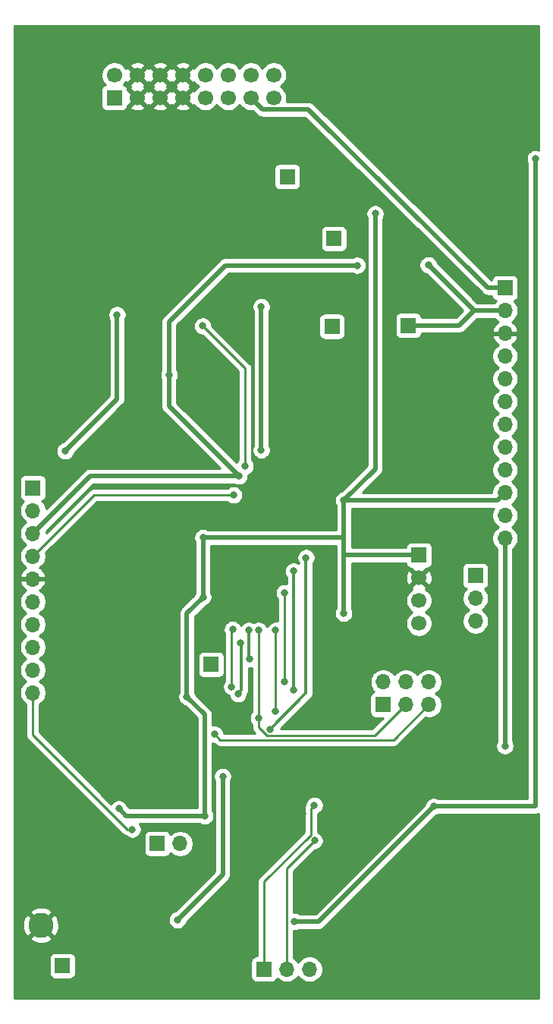
<source format=gbr>
G04 #@! TF.GenerationSoftware,KiCad,Pcbnew,(5.1.5)-3*
G04 #@! TF.CreationDate,2020-05-14T10:56:35+01:00*
G04 #@! TF.ProjectId,AddaTone components,41646461-546f-46e6-9520-636f6d706f6e,rev?*
G04 #@! TF.SameCoordinates,Original*
G04 #@! TF.FileFunction,Copper,L2,Bot*
G04 #@! TF.FilePolarity,Positive*
%FSLAX46Y46*%
G04 Gerber Fmt 4.6, Leading zero omitted, Abs format (unit mm)*
G04 Created by KiCad (PCBNEW (5.1.5)-3) date 2020-05-14 10:56:35*
%MOMM*%
%LPD*%
G04 APERTURE LIST*
%ADD10C,0.500000*%
%ADD11C,2.800000*%
%ADD12R,1.700000X1.700000*%
%ADD13O,1.700000X1.700000*%
%ADD14C,1.700000*%
%ADD15C,0.800000*%
%ADD16C,0.500000*%
%ADD17C,0.250000*%
%ADD18C,0.300000*%
%ADD19C,0.254000*%
G04 APERTURE END LIST*
D10*
X118900000Y-135900000D03*
X118899999Y-134500000D03*
X118900000Y-133100000D03*
X117500000Y-133100001D03*
X116100000Y-133100000D03*
X116100001Y-134500000D03*
X116100000Y-135900000D03*
X117500000Y-135899999D03*
X117500000Y-134500000D03*
D11*
X103700000Y-151100000D03*
D12*
X116700000Y-142000000D03*
D13*
X119240000Y-142000000D03*
D12*
X144700000Y-84200000D03*
X136200000Y-84300000D03*
X131200000Y-67600000D03*
X106100000Y-155600000D03*
X136400000Y-74500000D03*
X122700000Y-122000000D03*
X155500000Y-80000000D03*
D13*
X155500000Y-82540000D03*
X155500000Y-85080000D03*
X155500000Y-87620000D03*
X155500000Y-90160000D03*
X155500000Y-92700000D03*
X155500000Y-95240000D03*
X155500000Y-97780000D03*
X155500000Y-100320000D03*
X155500000Y-102860000D03*
X155500000Y-105400000D03*
X155500000Y-107940000D03*
D12*
X152200000Y-112100000D03*
D13*
X152200000Y-114640000D03*
X152200000Y-117180000D03*
X102800000Y-125160000D03*
X102800000Y-122620000D03*
X102800000Y-120080000D03*
X102800000Y-117540000D03*
X102800000Y-115000000D03*
X102800000Y-112460000D03*
X102800000Y-109920000D03*
X102800000Y-107380000D03*
X102800000Y-104840000D03*
D12*
X102800000Y-102300000D03*
X128600000Y-156000000D03*
D13*
X131140000Y-156000000D03*
X133680000Y-156000000D03*
D12*
X141900000Y-126500000D03*
D13*
X141900000Y-123960000D03*
X144440000Y-126500000D03*
X144440000Y-123960000D03*
X146980000Y-126500000D03*
X146980000Y-123960000D03*
D14*
X145900000Y-117420000D03*
X145900000Y-114880000D03*
X145900000Y-112340000D03*
D12*
X145900000Y-109800000D03*
X111900000Y-58800000D03*
D14*
X111900000Y-56260000D03*
X114440000Y-58800000D03*
X114440000Y-56260000D03*
X116980000Y-58800000D03*
X116980000Y-56260000D03*
X119520000Y-58800000D03*
X119520000Y-56260000D03*
X122060000Y-58800000D03*
X122060000Y-56260000D03*
X124600000Y-58800000D03*
X124600000Y-56260000D03*
X127140000Y-56260000D03*
X127140000Y-58800000D03*
X129680000Y-58800000D03*
X129680000Y-56260000D03*
D15*
X130200000Y-141950000D03*
X134650000Y-125600000D03*
X138800000Y-106900000D03*
X127400000Y-106400000D03*
X152700000Y-141600000D03*
X152500000Y-147100000D03*
X118800000Y-74300000D03*
X122000000Y-88600000D03*
X146200000Y-97400000D03*
X152400000Y-75000000D03*
X115900000Y-98900000D03*
X139500000Y-119700000D03*
X135600000Y-119800000D03*
X156100000Y-152000000D03*
X114500000Y-153300000D03*
X122500000Y-118100000D03*
X113600000Y-120600000D03*
X150900000Y-66000000D03*
X157400000Y-61500000D03*
X140200000Y-137500000D03*
X146400000Y-141000000D03*
X108100000Y-143100000D03*
X114900000Y-147500000D03*
X108700000Y-126500000D03*
X112400000Y-106800000D03*
X145600000Y-155500000D03*
X134400000Y-153100000D03*
X129100000Y-134000000D03*
X105500000Y-71100000D03*
X153800000Y-53400000D03*
X144500000Y-132400000D03*
X138700000Y-118000000D03*
X141500000Y-105300000D03*
X121800000Y-105500000D03*
X118900000Y-105500000D03*
X116500000Y-114500000D03*
X116000000Y-112700000D03*
X132900000Y-138700000D03*
X138600000Y-142400000D03*
X135200000Y-94500000D03*
X135800000Y-95400000D03*
X144400000Y-146900000D03*
X147550000Y-137850000D03*
X158900000Y-65600000D03*
X132000000Y-150700000D03*
X112200000Y-83000000D03*
X106400000Y-98200000D03*
X128300000Y-82100000D03*
X128300000Y-98100000D03*
X139000000Y-77500000D03*
X146950000Y-77450000D03*
X118000000Y-89700000D03*
X125800000Y-101000000D03*
X141019999Y-71719999D03*
X121803557Y-107850010D03*
X121800000Y-114500000D03*
X137500000Y-103700000D03*
X120000000Y-125600000D03*
X122000000Y-138900000D03*
X112400000Y-138100000D03*
X137500000Y-116300000D03*
X124000000Y-134500000D03*
X118950000Y-150500000D03*
X126500000Y-99900000D03*
X121750000Y-84250000D03*
X126000000Y-119600000D03*
X125700000Y-125300000D03*
X125100000Y-118100000D03*
X125000000Y-124500000D03*
X126900000Y-118200000D03*
X127000000Y-121400000D03*
X129900000Y-118200000D03*
X129900000Y-127200000D03*
X127999154Y-127999154D03*
X128000000Y-118200000D03*
X134244999Y-141655001D03*
X134230001Y-137719999D03*
X133300000Y-110100000D03*
X129300000Y-129250000D03*
X131900000Y-124900000D03*
X131900000Y-111600000D03*
X130900000Y-114000000D03*
X130900000Y-123900000D03*
X155500000Y-131100000D03*
X113900000Y-140400000D03*
X123100000Y-129800000D03*
X125200000Y-103100000D03*
D16*
X158900000Y-65600000D02*
X158900000Y-137800000D01*
X158850000Y-137850000D02*
X158900000Y-137800000D01*
X147550000Y-137850000D02*
X158850000Y-137850000D01*
X134700000Y-150700000D02*
X147550000Y-137850000D01*
X132000000Y-150700000D02*
X134700000Y-150700000D01*
X112200000Y-83000000D02*
X112200000Y-92400000D01*
X112200000Y-92400000D02*
X106400000Y-98200000D01*
X128300000Y-98100000D02*
X128300000Y-82100000D01*
X127140000Y-58800000D02*
X128440001Y-60100001D01*
X133500001Y-60100001D02*
X153600000Y-80000000D01*
X128440001Y-60100001D02*
X133500001Y-60100001D01*
X153600000Y-80000000D02*
X155500000Y-80000000D01*
X125280000Y-100480000D02*
X125800000Y-101000000D01*
X146960000Y-77450000D02*
X146950000Y-77450000D01*
X152040000Y-82540000D02*
X155500000Y-82540000D01*
X146950000Y-77450000D02*
X152040000Y-82540000D01*
X109180000Y-101000000D02*
X102800000Y-107380000D01*
X125800000Y-101000000D02*
X109180000Y-101000000D01*
X150380000Y-84200000D02*
X144700000Y-84200000D01*
X152040000Y-82540000D02*
X150380000Y-84200000D01*
X124300000Y-77500000D02*
X139000000Y-77500000D01*
X118000000Y-89700000D02*
X118000000Y-93200000D01*
X118000000Y-93200000D02*
X125800000Y-101000000D01*
X118000000Y-89700000D02*
X118000000Y-83800000D01*
X118000000Y-83800000D02*
X124300000Y-77500000D01*
X121800000Y-107853567D02*
X121803557Y-107850010D01*
X121800000Y-114500000D02*
X121800000Y-107853567D01*
X141019999Y-71719999D02*
X141019999Y-100180001D01*
X120000000Y-116300000D02*
X121800000Y-114500000D01*
X120000000Y-125600000D02*
X120000000Y-116300000D01*
X122000000Y-138900000D02*
X113200000Y-138900000D01*
X113200000Y-138900000D02*
X112400000Y-138100000D01*
X122000000Y-127600000D02*
X120000000Y-125600000D01*
X122000000Y-138900000D02*
X122000000Y-127600000D01*
X137450010Y-107850010D02*
X137500000Y-107900000D01*
X121803557Y-107850010D02*
X137450010Y-107850010D01*
X137500000Y-103700000D02*
X137500000Y-107900000D01*
X137500000Y-107900000D02*
X137500000Y-116300000D01*
X137500000Y-109800000D02*
X145900000Y-109800000D01*
X141019999Y-100180001D02*
X137500000Y-103700000D01*
X154660000Y-103700000D02*
X155500000Y-102860000D01*
X137500000Y-103700000D02*
X154660000Y-103700000D01*
X124000000Y-134500000D02*
X124000000Y-145450000D01*
X124000000Y-145450000D02*
X118950000Y-150500000D01*
D17*
X126500000Y-89000000D02*
X121750000Y-84250000D01*
X126500000Y-99900000D02*
X126500000Y-89000000D01*
X125974999Y-119800001D02*
X126000000Y-119600000D01*
D18*
X126099999Y-119699999D02*
X126000000Y-119600000D01*
X126099999Y-124900001D02*
X126099999Y-119699999D01*
X125700000Y-125300000D02*
X126099999Y-124900001D01*
D17*
X125000000Y-118200000D02*
X125100000Y-118100000D01*
X125000000Y-124500000D02*
X125000000Y-118200000D01*
X127000000Y-118300000D02*
X126900000Y-118200000D01*
X126900000Y-121300000D02*
X127000000Y-121400000D01*
D18*
X126900000Y-118200000D02*
X126900000Y-121300000D01*
D17*
X129900000Y-127200000D02*
X129900000Y-118200000D01*
X127999154Y-127999154D02*
X127999154Y-118200846D01*
X127999154Y-118200846D02*
X128000000Y-118200000D01*
X128951999Y-129975001D02*
X140964999Y-129975001D01*
X140964999Y-129975001D02*
X144440000Y-126500000D01*
X127999154Y-129022156D02*
X128951999Y-129975001D01*
X127999154Y-127999154D02*
X127999154Y-129022156D01*
X131140000Y-144760000D02*
X131140000Y-156000000D01*
X134244999Y-141655001D02*
X131140000Y-144760000D01*
X128600000Y-146226998D02*
X128600000Y-156000000D01*
X133830002Y-140996996D02*
X128600000Y-146226998D01*
X133830002Y-138119998D02*
X133830002Y-140996996D01*
X134230001Y-137719999D02*
X133830002Y-138119998D01*
D18*
X133300000Y-125200000D02*
X129300000Y-129250000D01*
X133300000Y-110100000D02*
X133300000Y-125200000D01*
X131900000Y-124900000D02*
X131900000Y-111700000D01*
X131900000Y-111700000D02*
X131800000Y-111600000D01*
D17*
X130900000Y-123900000D02*
X130900000Y-114000000D01*
D16*
X155500000Y-131100000D02*
X155500000Y-107940000D01*
D17*
X102800000Y-129865685D02*
X102800000Y-125160000D01*
X113334315Y-140400000D02*
X102800000Y-129865685D01*
X113900000Y-140400000D02*
X113334315Y-140400000D01*
D16*
X155150000Y-99970000D02*
X155500000Y-100320000D01*
D17*
X123725011Y-130425011D02*
X123100000Y-129800000D01*
X146980000Y-126500000D02*
X143054989Y-130425011D01*
X143054989Y-130425011D02*
X123725011Y-130425011D01*
X124930000Y-103020000D02*
X125100000Y-102850000D01*
X109620000Y-103100000D02*
X102800000Y-109920000D01*
X125200000Y-103100000D02*
X109620000Y-103100000D01*
D19*
G36*
X159265000Y-64630912D02*
G01*
X159201898Y-64604774D01*
X159001939Y-64565000D01*
X158798061Y-64565000D01*
X158598102Y-64604774D01*
X158409744Y-64682795D01*
X158240226Y-64796063D01*
X158096063Y-64940226D01*
X157982795Y-65109744D01*
X157904774Y-65298102D01*
X157865000Y-65498061D01*
X157865000Y-65701939D01*
X157904774Y-65901898D01*
X157982795Y-66090256D01*
X158015000Y-66138454D01*
X158015001Y-136965000D01*
X148088454Y-136965000D01*
X148040256Y-136932795D01*
X147851898Y-136854774D01*
X147651939Y-136815000D01*
X147448061Y-136815000D01*
X147248102Y-136854774D01*
X147059744Y-136932795D01*
X146890226Y-137046063D01*
X146746063Y-137190226D01*
X146632795Y-137359744D01*
X146554774Y-137548102D01*
X146543465Y-137604956D01*
X134333422Y-149815000D01*
X132538454Y-149815000D01*
X132490256Y-149782795D01*
X132301898Y-149704774D01*
X132101939Y-149665000D01*
X131900000Y-149665000D01*
X131900000Y-145074801D01*
X134284801Y-142690001D01*
X134346938Y-142690001D01*
X134546897Y-142650227D01*
X134735255Y-142572206D01*
X134904773Y-142458938D01*
X135048936Y-142314775D01*
X135162204Y-142145257D01*
X135240225Y-141956899D01*
X135279999Y-141756940D01*
X135279999Y-141553062D01*
X135240225Y-141353103D01*
X135162204Y-141164745D01*
X135048936Y-140995227D01*
X134904773Y-140851064D01*
X134735255Y-140737796D01*
X134590002Y-140677630D01*
X134590002Y-138691158D01*
X134720257Y-138637204D01*
X134889775Y-138523936D01*
X135033938Y-138379773D01*
X135147206Y-138210255D01*
X135225227Y-138021897D01*
X135265001Y-137821938D01*
X135265001Y-137618060D01*
X135225227Y-137418101D01*
X135147206Y-137229743D01*
X135033938Y-137060225D01*
X134889775Y-136916062D01*
X134720257Y-136802794D01*
X134531899Y-136724773D01*
X134331940Y-136684999D01*
X134128062Y-136684999D01*
X133928103Y-136724773D01*
X133739745Y-136802794D01*
X133570227Y-136916062D01*
X133426064Y-137060225D01*
X133312796Y-137229743D01*
X133234775Y-137418101D01*
X133195001Y-137618060D01*
X133195001Y-137695773D01*
X133182051Y-137720000D01*
X133124456Y-137827752D01*
X133080999Y-137971013D01*
X133070002Y-138082666D01*
X133070002Y-138082676D01*
X133066326Y-138119998D01*
X133070002Y-138157321D01*
X133070003Y-140682193D01*
X128089003Y-145663194D01*
X128059999Y-145686997D01*
X128004871Y-145754172D01*
X127965026Y-145802722D01*
X127894455Y-145934751D01*
X127894454Y-145934752D01*
X127850997Y-146078013D01*
X127840000Y-146189666D01*
X127840000Y-146189676D01*
X127836324Y-146226998D01*
X127840000Y-146264320D01*
X127840001Y-154511928D01*
X127750000Y-154511928D01*
X127625518Y-154524188D01*
X127505820Y-154560498D01*
X127395506Y-154619463D01*
X127298815Y-154698815D01*
X127219463Y-154795506D01*
X127160498Y-154905820D01*
X127124188Y-155025518D01*
X127111928Y-155150000D01*
X127111928Y-156850000D01*
X127124188Y-156974482D01*
X127160498Y-157094180D01*
X127219463Y-157204494D01*
X127298815Y-157301185D01*
X127395506Y-157380537D01*
X127505820Y-157439502D01*
X127625518Y-157475812D01*
X127750000Y-157488072D01*
X129450000Y-157488072D01*
X129574482Y-157475812D01*
X129694180Y-157439502D01*
X129804494Y-157380537D01*
X129901185Y-157301185D01*
X129980537Y-157204494D01*
X130039502Y-157094180D01*
X130061513Y-157021620D01*
X130193368Y-157153475D01*
X130436589Y-157315990D01*
X130706842Y-157427932D01*
X130993740Y-157485000D01*
X131286260Y-157485000D01*
X131573158Y-157427932D01*
X131843411Y-157315990D01*
X132086632Y-157153475D01*
X132293475Y-156946632D01*
X132410000Y-156772240D01*
X132526525Y-156946632D01*
X132733368Y-157153475D01*
X132976589Y-157315990D01*
X133246842Y-157427932D01*
X133533740Y-157485000D01*
X133826260Y-157485000D01*
X134113158Y-157427932D01*
X134383411Y-157315990D01*
X134626632Y-157153475D01*
X134833475Y-156946632D01*
X134995990Y-156703411D01*
X135107932Y-156433158D01*
X135165000Y-156146260D01*
X135165000Y-155853740D01*
X135107932Y-155566842D01*
X134995990Y-155296589D01*
X134833475Y-155053368D01*
X134626632Y-154846525D01*
X134383411Y-154684010D01*
X134113158Y-154572068D01*
X133826260Y-154515000D01*
X133533740Y-154515000D01*
X133246842Y-154572068D01*
X132976589Y-154684010D01*
X132733368Y-154846525D01*
X132526525Y-155053368D01*
X132410000Y-155227760D01*
X132293475Y-155053368D01*
X132086632Y-154846525D01*
X131900000Y-154721822D01*
X131900000Y-151735000D01*
X132101939Y-151735000D01*
X132301898Y-151695226D01*
X132490256Y-151617205D01*
X132538454Y-151585000D01*
X134656531Y-151585000D01*
X134700000Y-151589281D01*
X134743469Y-151585000D01*
X134743477Y-151585000D01*
X134873490Y-151572195D01*
X135040313Y-151521589D01*
X135194059Y-151439411D01*
X135328817Y-151328817D01*
X135356534Y-151295044D01*
X147795044Y-138856535D01*
X147851898Y-138845226D01*
X148040256Y-138767205D01*
X148088454Y-138735000D01*
X158806531Y-138735000D01*
X158850000Y-138739281D01*
X158893469Y-138735000D01*
X158893477Y-138735000D01*
X159023490Y-138722195D01*
X159190313Y-138671589D01*
X159265001Y-138631668D01*
X159265001Y-159265000D01*
X100735000Y-159265000D01*
X100735000Y-154750000D01*
X104611928Y-154750000D01*
X104611928Y-156450000D01*
X104624188Y-156574482D01*
X104660498Y-156694180D01*
X104719463Y-156804494D01*
X104798815Y-156901185D01*
X104895506Y-156980537D01*
X105005820Y-157039502D01*
X105125518Y-157075812D01*
X105250000Y-157088072D01*
X106950000Y-157088072D01*
X107074482Y-157075812D01*
X107194180Y-157039502D01*
X107304494Y-156980537D01*
X107401185Y-156901185D01*
X107480537Y-156804494D01*
X107539502Y-156694180D01*
X107575812Y-156574482D01*
X107588072Y-156450000D01*
X107588072Y-154750000D01*
X107575812Y-154625518D01*
X107539502Y-154505820D01*
X107480537Y-154395506D01*
X107401185Y-154298815D01*
X107304494Y-154219463D01*
X107194180Y-154160498D01*
X107074482Y-154124188D01*
X106950000Y-154111928D01*
X105250000Y-154111928D01*
X105125518Y-154124188D01*
X105005820Y-154160498D01*
X104895506Y-154219463D01*
X104798815Y-154298815D01*
X104719463Y-154395506D01*
X104660498Y-154505820D01*
X104624188Y-154625518D01*
X104611928Y-154750000D01*
X100735000Y-154750000D01*
X100735000Y-152520447D01*
X102459158Y-152520447D01*
X102603135Y-152825770D01*
X102960892Y-153006597D01*
X103347053Y-153114155D01*
X103746777Y-153144310D01*
X104144704Y-153095904D01*
X104525540Y-152970795D01*
X104796865Y-152825770D01*
X104940842Y-152520447D01*
X103700000Y-151279605D01*
X102459158Y-152520447D01*
X100735000Y-152520447D01*
X100735000Y-151146777D01*
X101655690Y-151146777D01*
X101704096Y-151544704D01*
X101829205Y-151925540D01*
X101974230Y-152196865D01*
X102279553Y-152340842D01*
X103520395Y-151100000D01*
X103879605Y-151100000D01*
X105120447Y-152340842D01*
X105425770Y-152196865D01*
X105606597Y-151839108D01*
X105714155Y-151452947D01*
X105744310Y-151053223D01*
X105695904Y-150655296D01*
X105611400Y-150398061D01*
X117915000Y-150398061D01*
X117915000Y-150601939D01*
X117954774Y-150801898D01*
X118032795Y-150990256D01*
X118146063Y-151159774D01*
X118290226Y-151303937D01*
X118459744Y-151417205D01*
X118648102Y-151495226D01*
X118848061Y-151535000D01*
X119051939Y-151535000D01*
X119251898Y-151495226D01*
X119440256Y-151417205D01*
X119609774Y-151303937D01*
X119753937Y-151159774D01*
X119867205Y-150990256D01*
X119945226Y-150801898D01*
X119956535Y-150745043D01*
X124595049Y-146106530D01*
X124628817Y-146078817D01*
X124739411Y-145944059D01*
X124821589Y-145790313D01*
X124872195Y-145623490D01*
X124885000Y-145493477D01*
X124885000Y-145493467D01*
X124889281Y-145450001D01*
X124885000Y-145406535D01*
X124885000Y-135038454D01*
X124917205Y-134990256D01*
X124995226Y-134801898D01*
X125035000Y-134601939D01*
X125035000Y-134398061D01*
X124995226Y-134198102D01*
X124917205Y-134009744D01*
X124803937Y-133840226D01*
X124659774Y-133696063D01*
X124490256Y-133582795D01*
X124301898Y-133504774D01*
X124101939Y-133465000D01*
X123898061Y-133465000D01*
X123698102Y-133504774D01*
X123509744Y-133582795D01*
X123340226Y-133696063D01*
X123196063Y-133840226D01*
X123082795Y-134009744D01*
X123004774Y-134198102D01*
X122965000Y-134398061D01*
X122965000Y-134601939D01*
X123004774Y-134801898D01*
X123082795Y-134990256D01*
X123115000Y-135038454D01*
X123115001Y-145083420D01*
X118704957Y-149493465D01*
X118648102Y-149504774D01*
X118459744Y-149582795D01*
X118290226Y-149696063D01*
X118146063Y-149840226D01*
X118032795Y-150009744D01*
X117954774Y-150198102D01*
X117915000Y-150398061D01*
X105611400Y-150398061D01*
X105570795Y-150274460D01*
X105425770Y-150003135D01*
X105120447Y-149859158D01*
X103879605Y-151100000D01*
X103520395Y-151100000D01*
X102279553Y-149859158D01*
X101974230Y-150003135D01*
X101793403Y-150360892D01*
X101685845Y-150747053D01*
X101655690Y-151146777D01*
X100735000Y-151146777D01*
X100735000Y-149679553D01*
X102459158Y-149679553D01*
X103700000Y-150920395D01*
X104940842Y-149679553D01*
X104796865Y-149374230D01*
X104439108Y-149193403D01*
X104052947Y-149085845D01*
X103653223Y-149055690D01*
X103255296Y-149104096D01*
X102874460Y-149229205D01*
X102603135Y-149374230D01*
X102459158Y-149679553D01*
X100735000Y-149679553D01*
X100735000Y-114853740D01*
X101315000Y-114853740D01*
X101315000Y-115146260D01*
X101372068Y-115433158D01*
X101484010Y-115703411D01*
X101646525Y-115946632D01*
X101853368Y-116153475D01*
X102027760Y-116270000D01*
X101853368Y-116386525D01*
X101646525Y-116593368D01*
X101484010Y-116836589D01*
X101372068Y-117106842D01*
X101315000Y-117393740D01*
X101315000Y-117686260D01*
X101372068Y-117973158D01*
X101484010Y-118243411D01*
X101646525Y-118486632D01*
X101853368Y-118693475D01*
X102027760Y-118810000D01*
X101853368Y-118926525D01*
X101646525Y-119133368D01*
X101484010Y-119376589D01*
X101372068Y-119646842D01*
X101315000Y-119933740D01*
X101315000Y-120226260D01*
X101372068Y-120513158D01*
X101484010Y-120783411D01*
X101646525Y-121026632D01*
X101853368Y-121233475D01*
X102027760Y-121350000D01*
X101853368Y-121466525D01*
X101646525Y-121673368D01*
X101484010Y-121916589D01*
X101372068Y-122186842D01*
X101315000Y-122473740D01*
X101315000Y-122766260D01*
X101372068Y-123053158D01*
X101484010Y-123323411D01*
X101646525Y-123566632D01*
X101853368Y-123773475D01*
X102027760Y-123890000D01*
X101853368Y-124006525D01*
X101646525Y-124213368D01*
X101484010Y-124456589D01*
X101372068Y-124726842D01*
X101315000Y-125013740D01*
X101315000Y-125306260D01*
X101372068Y-125593158D01*
X101484010Y-125863411D01*
X101646525Y-126106632D01*
X101853368Y-126313475D01*
X102040001Y-126438179D01*
X102040000Y-129828362D01*
X102036324Y-129865685D01*
X102040000Y-129903007D01*
X102040000Y-129903017D01*
X102050997Y-130014670D01*
X102086820Y-130132764D01*
X102094454Y-130157931D01*
X102165026Y-130289961D01*
X102204871Y-130338511D01*
X102259999Y-130405686D01*
X102289003Y-130429489D01*
X112770516Y-140911003D01*
X112794314Y-140940001D01*
X112823312Y-140963799D01*
X112910038Y-141034974D01*
X113042068Y-141105546D01*
X113185276Y-141148987D01*
X113240226Y-141203937D01*
X113409744Y-141317205D01*
X113598102Y-141395226D01*
X113798061Y-141435000D01*
X114001939Y-141435000D01*
X114201898Y-141395226D01*
X114390256Y-141317205D01*
X114559774Y-141203937D01*
X114613711Y-141150000D01*
X115211928Y-141150000D01*
X115211928Y-142850000D01*
X115224188Y-142974482D01*
X115260498Y-143094180D01*
X115319463Y-143204494D01*
X115398815Y-143301185D01*
X115495506Y-143380537D01*
X115605820Y-143439502D01*
X115725518Y-143475812D01*
X115850000Y-143488072D01*
X117550000Y-143488072D01*
X117674482Y-143475812D01*
X117794180Y-143439502D01*
X117904494Y-143380537D01*
X118001185Y-143301185D01*
X118080537Y-143204494D01*
X118139502Y-143094180D01*
X118161513Y-143021620D01*
X118293368Y-143153475D01*
X118536589Y-143315990D01*
X118806842Y-143427932D01*
X119093740Y-143485000D01*
X119386260Y-143485000D01*
X119673158Y-143427932D01*
X119943411Y-143315990D01*
X120186632Y-143153475D01*
X120393475Y-142946632D01*
X120555990Y-142703411D01*
X120667932Y-142433158D01*
X120725000Y-142146260D01*
X120725000Y-141853740D01*
X120667932Y-141566842D01*
X120555990Y-141296589D01*
X120393475Y-141053368D01*
X120186632Y-140846525D01*
X119943411Y-140684010D01*
X119673158Y-140572068D01*
X119386260Y-140515000D01*
X119093740Y-140515000D01*
X118806842Y-140572068D01*
X118536589Y-140684010D01*
X118293368Y-140846525D01*
X118161513Y-140978380D01*
X118139502Y-140905820D01*
X118080537Y-140795506D01*
X118001185Y-140698815D01*
X117904494Y-140619463D01*
X117794180Y-140560498D01*
X117674482Y-140524188D01*
X117550000Y-140511928D01*
X115850000Y-140511928D01*
X115725518Y-140524188D01*
X115605820Y-140560498D01*
X115495506Y-140619463D01*
X115398815Y-140698815D01*
X115319463Y-140795506D01*
X115260498Y-140905820D01*
X115224188Y-141025518D01*
X115211928Y-141150000D01*
X114613711Y-141150000D01*
X114703937Y-141059774D01*
X114817205Y-140890256D01*
X114895226Y-140701898D01*
X114935000Y-140501939D01*
X114935000Y-140298061D01*
X114895226Y-140098102D01*
X114817205Y-139909744D01*
X114733854Y-139785000D01*
X121461546Y-139785000D01*
X121509744Y-139817205D01*
X121698102Y-139895226D01*
X121898061Y-139935000D01*
X122101939Y-139935000D01*
X122301898Y-139895226D01*
X122490256Y-139817205D01*
X122659774Y-139703937D01*
X122803937Y-139559774D01*
X122917205Y-139390256D01*
X122995226Y-139201898D01*
X123035000Y-139001939D01*
X123035000Y-138798061D01*
X122995226Y-138598102D01*
X122917205Y-138409744D01*
X122885000Y-138361546D01*
X122885000Y-130812511D01*
X122998061Y-130835000D01*
X123060198Y-130835000D01*
X123161211Y-130936013D01*
X123185010Y-130965012D01*
X123214008Y-130988810D01*
X123300734Y-131059985D01*
X123432764Y-131130557D01*
X123576025Y-131174014D01*
X123687678Y-131185011D01*
X123687687Y-131185011D01*
X123725010Y-131188687D01*
X123762333Y-131185011D01*
X143017667Y-131185011D01*
X143054989Y-131188687D01*
X143092311Y-131185011D01*
X143092322Y-131185011D01*
X143203975Y-131174014D01*
X143347236Y-131130557D01*
X143479265Y-131059985D01*
X143594990Y-130965012D01*
X143618793Y-130936008D01*
X146613592Y-127941210D01*
X146833740Y-127985000D01*
X147126260Y-127985000D01*
X147413158Y-127927932D01*
X147683411Y-127815990D01*
X147926632Y-127653475D01*
X148133475Y-127446632D01*
X148295990Y-127203411D01*
X148407932Y-126933158D01*
X148465000Y-126646260D01*
X148465000Y-126353740D01*
X148407932Y-126066842D01*
X148295990Y-125796589D01*
X148133475Y-125553368D01*
X147926632Y-125346525D01*
X147752240Y-125230000D01*
X147926632Y-125113475D01*
X148133475Y-124906632D01*
X148295990Y-124663411D01*
X148407932Y-124393158D01*
X148465000Y-124106260D01*
X148465000Y-123813740D01*
X148407932Y-123526842D01*
X148295990Y-123256589D01*
X148133475Y-123013368D01*
X147926632Y-122806525D01*
X147683411Y-122644010D01*
X147413158Y-122532068D01*
X147126260Y-122475000D01*
X146833740Y-122475000D01*
X146546842Y-122532068D01*
X146276589Y-122644010D01*
X146033368Y-122806525D01*
X145826525Y-123013368D01*
X145710000Y-123187760D01*
X145593475Y-123013368D01*
X145386632Y-122806525D01*
X145143411Y-122644010D01*
X144873158Y-122532068D01*
X144586260Y-122475000D01*
X144293740Y-122475000D01*
X144006842Y-122532068D01*
X143736589Y-122644010D01*
X143493368Y-122806525D01*
X143286525Y-123013368D01*
X143170000Y-123187760D01*
X143053475Y-123013368D01*
X142846632Y-122806525D01*
X142603411Y-122644010D01*
X142333158Y-122532068D01*
X142046260Y-122475000D01*
X141753740Y-122475000D01*
X141466842Y-122532068D01*
X141196589Y-122644010D01*
X140953368Y-122806525D01*
X140746525Y-123013368D01*
X140584010Y-123256589D01*
X140472068Y-123526842D01*
X140415000Y-123813740D01*
X140415000Y-124106260D01*
X140472068Y-124393158D01*
X140584010Y-124663411D01*
X140746525Y-124906632D01*
X140878380Y-125038487D01*
X140805820Y-125060498D01*
X140695506Y-125119463D01*
X140598815Y-125198815D01*
X140519463Y-125295506D01*
X140460498Y-125405820D01*
X140424188Y-125525518D01*
X140411928Y-125650000D01*
X140411928Y-127350000D01*
X140424188Y-127474482D01*
X140460498Y-127594180D01*
X140519463Y-127704494D01*
X140598815Y-127801185D01*
X140695506Y-127880537D01*
X140805820Y-127939502D01*
X140925518Y-127975812D01*
X141050000Y-127988072D01*
X141877127Y-127988072D01*
X140650198Y-129215001D01*
X130437892Y-129215001D01*
X133829705Y-125780792D01*
X133857764Y-125757764D01*
X133883892Y-125725928D01*
X133885612Y-125724186D01*
X133908357Y-125696117D01*
X133955862Y-125638233D01*
X133957024Y-125636059D01*
X133958570Y-125634151D01*
X133993393Y-125568016D01*
X134028754Y-125501860D01*
X134029469Y-125499502D01*
X134030614Y-125497328D01*
X134051897Y-125425566D01*
X134073641Y-125353887D01*
X134073882Y-125351440D01*
X134074582Y-125349080D01*
X134081447Y-125274634D01*
X134085000Y-125238561D01*
X134085000Y-125236104D01*
X134088781Y-125195102D01*
X134085000Y-125159010D01*
X134085000Y-110778711D01*
X134103937Y-110759774D01*
X134217205Y-110590256D01*
X134295226Y-110401898D01*
X134335000Y-110201939D01*
X134335000Y-109998061D01*
X134295226Y-109798102D01*
X134217205Y-109609744D01*
X134103937Y-109440226D01*
X133959774Y-109296063D01*
X133790256Y-109182795D01*
X133601898Y-109104774D01*
X133401939Y-109065000D01*
X133198061Y-109065000D01*
X132998102Y-109104774D01*
X132809744Y-109182795D01*
X132640226Y-109296063D01*
X132496063Y-109440226D01*
X132382795Y-109609744D01*
X132304774Y-109798102D01*
X132265000Y-109998061D01*
X132265000Y-110201939D01*
X132304774Y-110401898D01*
X132382795Y-110590256D01*
X132488481Y-110748427D01*
X132390256Y-110682795D01*
X132201898Y-110604774D01*
X132001939Y-110565000D01*
X131798061Y-110565000D01*
X131598102Y-110604774D01*
X131409744Y-110682795D01*
X131240226Y-110796063D01*
X131096063Y-110940226D01*
X130982795Y-111109744D01*
X130904774Y-111298102D01*
X130865000Y-111498061D01*
X130865000Y-111701939D01*
X130904774Y-111901898D01*
X130982795Y-112090256D01*
X131096063Y-112259774D01*
X131115001Y-112278712D01*
X131115001Y-112987489D01*
X131001939Y-112965000D01*
X130798061Y-112965000D01*
X130598102Y-113004774D01*
X130409744Y-113082795D01*
X130240226Y-113196063D01*
X130096063Y-113340226D01*
X129982795Y-113509744D01*
X129904774Y-113698102D01*
X129865000Y-113898061D01*
X129865000Y-114101939D01*
X129904774Y-114301898D01*
X129982795Y-114490256D01*
X130096063Y-114659774D01*
X130140001Y-114703712D01*
X130140001Y-117192462D01*
X130001939Y-117165000D01*
X129798061Y-117165000D01*
X129598102Y-117204774D01*
X129409744Y-117282795D01*
X129240226Y-117396063D01*
X129096063Y-117540226D01*
X128982795Y-117709744D01*
X128950000Y-117788918D01*
X128917205Y-117709744D01*
X128803937Y-117540226D01*
X128659774Y-117396063D01*
X128490256Y-117282795D01*
X128301898Y-117204774D01*
X128101939Y-117165000D01*
X127898061Y-117165000D01*
X127698102Y-117204774D01*
X127509744Y-117282795D01*
X127450000Y-117322715D01*
X127390256Y-117282795D01*
X127201898Y-117204774D01*
X127001939Y-117165000D01*
X126798061Y-117165000D01*
X126598102Y-117204774D01*
X126409744Y-117282795D01*
X126240226Y-117396063D01*
X126096063Y-117540226D01*
X126029607Y-117639685D01*
X126017205Y-117609744D01*
X125903937Y-117440226D01*
X125759774Y-117296063D01*
X125590256Y-117182795D01*
X125401898Y-117104774D01*
X125201939Y-117065000D01*
X124998061Y-117065000D01*
X124798102Y-117104774D01*
X124609744Y-117182795D01*
X124440226Y-117296063D01*
X124296063Y-117440226D01*
X124182795Y-117609744D01*
X124104774Y-117798102D01*
X124065000Y-117998061D01*
X124065000Y-118201939D01*
X124104774Y-118401898D01*
X124182795Y-118590256D01*
X124240001Y-118675871D01*
X124240000Y-123796289D01*
X124196063Y-123840226D01*
X124082795Y-124009744D01*
X124004774Y-124198102D01*
X123965000Y-124398061D01*
X123965000Y-124601939D01*
X124004774Y-124801898D01*
X124082795Y-124990256D01*
X124196063Y-125159774D01*
X124340226Y-125303937D01*
X124509744Y-125417205D01*
X124682250Y-125488660D01*
X124704774Y-125601898D01*
X124782795Y-125790256D01*
X124896063Y-125959774D01*
X125040226Y-126103937D01*
X125209744Y-126217205D01*
X125398102Y-126295226D01*
X125598061Y-126335000D01*
X125801939Y-126335000D01*
X126001898Y-126295226D01*
X126190256Y-126217205D01*
X126359774Y-126103937D01*
X126503937Y-125959774D01*
X126617205Y-125790256D01*
X126695226Y-125601898D01*
X126735000Y-125401939D01*
X126735000Y-125363653D01*
X126755861Y-125338234D01*
X126828753Y-125201861D01*
X126873640Y-125053888D01*
X126884999Y-124938562D01*
X126884999Y-124938555D01*
X126888796Y-124900002D01*
X126884999Y-124861449D01*
X126884999Y-122432402D01*
X126898061Y-122435000D01*
X127101939Y-122435000D01*
X127239155Y-122407706D01*
X127239154Y-127295443D01*
X127195217Y-127339380D01*
X127081949Y-127508898D01*
X127003928Y-127697256D01*
X126964154Y-127897215D01*
X126964154Y-128101093D01*
X127003928Y-128301052D01*
X127081949Y-128489410D01*
X127195217Y-128658928D01*
X127239155Y-128702866D01*
X127239155Y-128984824D01*
X127235478Y-129022156D01*
X127250152Y-129171141D01*
X127293608Y-129314402D01*
X127364180Y-129446432D01*
X127435355Y-129533158D01*
X127459154Y-129562157D01*
X127488152Y-129585955D01*
X127567208Y-129665011D01*
X124128426Y-129665011D01*
X124095226Y-129498102D01*
X124017205Y-129309744D01*
X123903937Y-129140226D01*
X123759774Y-128996063D01*
X123590256Y-128882795D01*
X123401898Y-128804774D01*
X123201939Y-128765000D01*
X122998061Y-128765000D01*
X122885000Y-128787489D01*
X122885000Y-127643465D01*
X122889281Y-127599999D01*
X122885000Y-127556533D01*
X122885000Y-127556523D01*
X122872195Y-127426510D01*
X122821589Y-127259687D01*
X122739411Y-127105941D01*
X122628817Y-126971183D01*
X122595049Y-126943470D01*
X121006535Y-125354957D01*
X120995226Y-125298102D01*
X120917205Y-125109744D01*
X120885000Y-125061546D01*
X120885000Y-121150000D01*
X121211928Y-121150000D01*
X121211928Y-122850000D01*
X121224188Y-122974482D01*
X121260498Y-123094180D01*
X121319463Y-123204494D01*
X121398815Y-123301185D01*
X121495506Y-123380537D01*
X121605820Y-123439502D01*
X121725518Y-123475812D01*
X121850000Y-123488072D01*
X123550000Y-123488072D01*
X123674482Y-123475812D01*
X123794180Y-123439502D01*
X123904494Y-123380537D01*
X124001185Y-123301185D01*
X124080537Y-123204494D01*
X124139502Y-123094180D01*
X124175812Y-122974482D01*
X124188072Y-122850000D01*
X124188072Y-121150000D01*
X124175812Y-121025518D01*
X124139502Y-120905820D01*
X124080537Y-120795506D01*
X124001185Y-120698815D01*
X123904494Y-120619463D01*
X123794180Y-120560498D01*
X123674482Y-120524188D01*
X123550000Y-120511928D01*
X121850000Y-120511928D01*
X121725518Y-120524188D01*
X121605820Y-120560498D01*
X121495506Y-120619463D01*
X121398815Y-120698815D01*
X121319463Y-120795506D01*
X121260498Y-120905820D01*
X121224188Y-121025518D01*
X121211928Y-121150000D01*
X120885000Y-121150000D01*
X120885000Y-116666578D01*
X122045044Y-115506535D01*
X122101898Y-115495226D01*
X122290256Y-115417205D01*
X122459774Y-115303937D01*
X122603937Y-115159774D01*
X122717205Y-114990256D01*
X122795226Y-114801898D01*
X122835000Y-114601939D01*
X122835000Y-114398061D01*
X122795226Y-114198102D01*
X122717205Y-114009744D01*
X122685000Y-113961546D01*
X122685000Y-108735010D01*
X136615000Y-108735010D01*
X136615000Y-109756521D01*
X136610718Y-109800000D01*
X136615000Y-109843479D01*
X136615001Y-115761544D01*
X136582795Y-115809744D01*
X136504774Y-115998102D01*
X136465000Y-116198061D01*
X136465000Y-116401939D01*
X136504774Y-116601898D01*
X136582795Y-116790256D01*
X136696063Y-116959774D01*
X136840226Y-117103937D01*
X137009744Y-117217205D01*
X137198102Y-117295226D01*
X137398061Y-117335000D01*
X137601939Y-117335000D01*
X137801898Y-117295226D01*
X137990256Y-117217205D01*
X138159774Y-117103937D01*
X138303937Y-116959774D01*
X138417205Y-116790256D01*
X138495226Y-116601898D01*
X138535000Y-116401939D01*
X138535000Y-116198061D01*
X138495226Y-115998102D01*
X138417205Y-115809744D01*
X138385000Y-115761546D01*
X138385000Y-114733740D01*
X144415000Y-114733740D01*
X144415000Y-115026260D01*
X144472068Y-115313158D01*
X144584010Y-115583411D01*
X144746525Y-115826632D01*
X144953368Y-116033475D01*
X145127760Y-116150000D01*
X144953368Y-116266525D01*
X144746525Y-116473368D01*
X144584010Y-116716589D01*
X144472068Y-116986842D01*
X144415000Y-117273740D01*
X144415000Y-117566260D01*
X144472068Y-117853158D01*
X144584010Y-118123411D01*
X144746525Y-118366632D01*
X144953368Y-118573475D01*
X145196589Y-118735990D01*
X145466842Y-118847932D01*
X145753740Y-118905000D01*
X146046260Y-118905000D01*
X146333158Y-118847932D01*
X146603411Y-118735990D01*
X146846632Y-118573475D01*
X147053475Y-118366632D01*
X147215990Y-118123411D01*
X147327932Y-117853158D01*
X147385000Y-117566260D01*
X147385000Y-117273740D01*
X147327932Y-116986842D01*
X147215990Y-116716589D01*
X147053475Y-116473368D01*
X146846632Y-116266525D01*
X146672240Y-116150000D01*
X146846632Y-116033475D01*
X147053475Y-115826632D01*
X147215990Y-115583411D01*
X147327932Y-115313158D01*
X147385000Y-115026260D01*
X147385000Y-114733740D01*
X147327932Y-114446842D01*
X147215990Y-114176589D01*
X147053475Y-113933368D01*
X146846632Y-113726525D01*
X146673271Y-113610689D01*
X146748792Y-113368397D01*
X145900000Y-112519605D01*
X145051208Y-113368397D01*
X145126729Y-113610689D01*
X144953368Y-113726525D01*
X144746525Y-113933368D01*
X144584010Y-114176589D01*
X144472068Y-114446842D01*
X144415000Y-114733740D01*
X138385000Y-114733740D01*
X138385000Y-112408531D01*
X144409389Y-112408531D01*
X144451401Y-112698019D01*
X144549081Y-112973747D01*
X144622528Y-113111157D01*
X144871603Y-113188792D01*
X145720395Y-112340000D01*
X146079605Y-112340000D01*
X146928397Y-113188792D01*
X147177472Y-113111157D01*
X147303371Y-112847117D01*
X147375339Y-112563589D01*
X147390611Y-112271469D01*
X147348599Y-111981981D01*
X147250919Y-111706253D01*
X147177472Y-111568843D01*
X146928397Y-111491208D01*
X146079605Y-112340000D01*
X145720395Y-112340000D01*
X144871603Y-111491208D01*
X144622528Y-111568843D01*
X144496629Y-111832883D01*
X144424661Y-112116411D01*
X144409389Y-112408531D01*
X138385000Y-112408531D01*
X138385000Y-110685000D01*
X144415375Y-110685000D01*
X144424188Y-110774482D01*
X144460498Y-110894180D01*
X144519463Y-111004494D01*
X144598815Y-111101185D01*
X144695506Y-111180537D01*
X144805820Y-111239502D01*
X144925518Y-111275812D01*
X145050000Y-111288072D01*
X145058542Y-111288072D01*
X145051208Y-111311603D01*
X145900000Y-112160395D01*
X146748792Y-111311603D01*
X146741458Y-111288072D01*
X146750000Y-111288072D01*
X146874482Y-111275812D01*
X146959572Y-111250000D01*
X150711928Y-111250000D01*
X150711928Y-112950000D01*
X150724188Y-113074482D01*
X150760498Y-113194180D01*
X150819463Y-113304494D01*
X150898815Y-113401185D01*
X150995506Y-113480537D01*
X151105820Y-113539502D01*
X151178380Y-113561513D01*
X151046525Y-113693368D01*
X150884010Y-113936589D01*
X150772068Y-114206842D01*
X150715000Y-114493740D01*
X150715000Y-114786260D01*
X150772068Y-115073158D01*
X150884010Y-115343411D01*
X151046525Y-115586632D01*
X151253368Y-115793475D01*
X151427760Y-115910000D01*
X151253368Y-116026525D01*
X151046525Y-116233368D01*
X150884010Y-116476589D01*
X150772068Y-116746842D01*
X150715000Y-117033740D01*
X150715000Y-117326260D01*
X150772068Y-117613158D01*
X150884010Y-117883411D01*
X151046525Y-118126632D01*
X151253368Y-118333475D01*
X151496589Y-118495990D01*
X151766842Y-118607932D01*
X152053740Y-118665000D01*
X152346260Y-118665000D01*
X152633158Y-118607932D01*
X152903411Y-118495990D01*
X153146632Y-118333475D01*
X153353475Y-118126632D01*
X153515990Y-117883411D01*
X153627932Y-117613158D01*
X153685000Y-117326260D01*
X153685000Y-117033740D01*
X153627932Y-116746842D01*
X153515990Y-116476589D01*
X153353475Y-116233368D01*
X153146632Y-116026525D01*
X152972240Y-115910000D01*
X153146632Y-115793475D01*
X153353475Y-115586632D01*
X153515990Y-115343411D01*
X153627932Y-115073158D01*
X153685000Y-114786260D01*
X153685000Y-114493740D01*
X153627932Y-114206842D01*
X153515990Y-113936589D01*
X153353475Y-113693368D01*
X153221620Y-113561513D01*
X153294180Y-113539502D01*
X153404494Y-113480537D01*
X153501185Y-113401185D01*
X153580537Y-113304494D01*
X153639502Y-113194180D01*
X153675812Y-113074482D01*
X153688072Y-112950000D01*
X153688072Y-111250000D01*
X153675812Y-111125518D01*
X153639502Y-111005820D01*
X153580537Y-110895506D01*
X153501185Y-110798815D01*
X153404494Y-110719463D01*
X153294180Y-110660498D01*
X153174482Y-110624188D01*
X153050000Y-110611928D01*
X151350000Y-110611928D01*
X151225518Y-110624188D01*
X151105820Y-110660498D01*
X150995506Y-110719463D01*
X150898815Y-110798815D01*
X150819463Y-110895506D01*
X150760498Y-111005820D01*
X150724188Y-111125518D01*
X150711928Y-111250000D01*
X146959572Y-111250000D01*
X146994180Y-111239502D01*
X147104494Y-111180537D01*
X147201185Y-111101185D01*
X147280537Y-111004494D01*
X147339502Y-110894180D01*
X147375812Y-110774482D01*
X147388072Y-110650000D01*
X147388072Y-108950000D01*
X147375812Y-108825518D01*
X147339502Y-108705820D01*
X147280537Y-108595506D01*
X147201185Y-108498815D01*
X147104494Y-108419463D01*
X146994180Y-108360498D01*
X146874482Y-108324188D01*
X146750000Y-108311928D01*
X145050000Y-108311928D01*
X144925518Y-108324188D01*
X144805820Y-108360498D01*
X144695506Y-108419463D01*
X144598815Y-108498815D01*
X144519463Y-108595506D01*
X144460498Y-108705820D01*
X144424188Y-108825518D01*
X144415375Y-108915000D01*
X138385000Y-108915000D01*
X138385000Y-107943469D01*
X138389281Y-107900000D01*
X138385000Y-107856531D01*
X138385000Y-104585000D01*
X154258571Y-104585000D01*
X154184010Y-104696589D01*
X154072068Y-104966842D01*
X154015000Y-105253740D01*
X154015000Y-105546260D01*
X154072068Y-105833158D01*
X154184010Y-106103411D01*
X154346525Y-106346632D01*
X154553368Y-106553475D01*
X154727760Y-106670000D01*
X154553368Y-106786525D01*
X154346525Y-106993368D01*
X154184010Y-107236589D01*
X154072068Y-107506842D01*
X154015000Y-107793740D01*
X154015000Y-108086260D01*
X154072068Y-108373158D01*
X154184010Y-108643411D01*
X154346525Y-108886632D01*
X154553368Y-109093475D01*
X154615001Y-109134657D01*
X154615000Y-130561546D01*
X154582795Y-130609744D01*
X154504774Y-130798102D01*
X154465000Y-130998061D01*
X154465000Y-131201939D01*
X154504774Y-131401898D01*
X154582795Y-131590256D01*
X154696063Y-131759774D01*
X154840226Y-131903937D01*
X155009744Y-132017205D01*
X155198102Y-132095226D01*
X155398061Y-132135000D01*
X155601939Y-132135000D01*
X155801898Y-132095226D01*
X155990256Y-132017205D01*
X156159774Y-131903937D01*
X156303937Y-131759774D01*
X156417205Y-131590256D01*
X156495226Y-131401898D01*
X156535000Y-131201939D01*
X156535000Y-130998061D01*
X156495226Y-130798102D01*
X156417205Y-130609744D01*
X156385000Y-130561546D01*
X156385000Y-109134656D01*
X156446632Y-109093475D01*
X156653475Y-108886632D01*
X156815990Y-108643411D01*
X156927932Y-108373158D01*
X156985000Y-108086260D01*
X156985000Y-107793740D01*
X156927932Y-107506842D01*
X156815990Y-107236589D01*
X156653475Y-106993368D01*
X156446632Y-106786525D01*
X156272240Y-106670000D01*
X156446632Y-106553475D01*
X156653475Y-106346632D01*
X156815990Y-106103411D01*
X156927932Y-105833158D01*
X156985000Y-105546260D01*
X156985000Y-105253740D01*
X156927932Y-104966842D01*
X156815990Y-104696589D01*
X156653475Y-104453368D01*
X156446632Y-104246525D01*
X156272240Y-104130000D01*
X156446632Y-104013475D01*
X156653475Y-103806632D01*
X156815990Y-103563411D01*
X156927932Y-103293158D01*
X156985000Y-103006260D01*
X156985000Y-102713740D01*
X156927932Y-102426842D01*
X156815990Y-102156589D01*
X156653475Y-101913368D01*
X156446632Y-101706525D01*
X156272240Y-101590000D01*
X156446632Y-101473475D01*
X156653475Y-101266632D01*
X156815990Y-101023411D01*
X156927932Y-100753158D01*
X156985000Y-100466260D01*
X156985000Y-100173740D01*
X156927932Y-99886842D01*
X156815990Y-99616589D01*
X156653475Y-99373368D01*
X156446632Y-99166525D01*
X156272240Y-99050000D01*
X156446632Y-98933475D01*
X156653475Y-98726632D01*
X156815990Y-98483411D01*
X156927932Y-98213158D01*
X156985000Y-97926260D01*
X156985000Y-97633740D01*
X156927932Y-97346842D01*
X156815990Y-97076589D01*
X156653475Y-96833368D01*
X156446632Y-96626525D01*
X156272240Y-96510000D01*
X156446632Y-96393475D01*
X156653475Y-96186632D01*
X156815990Y-95943411D01*
X156927932Y-95673158D01*
X156985000Y-95386260D01*
X156985000Y-95093740D01*
X156927932Y-94806842D01*
X156815990Y-94536589D01*
X156653475Y-94293368D01*
X156446632Y-94086525D01*
X156272240Y-93970000D01*
X156446632Y-93853475D01*
X156653475Y-93646632D01*
X156815990Y-93403411D01*
X156927932Y-93133158D01*
X156985000Y-92846260D01*
X156985000Y-92553740D01*
X156927932Y-92266842D01*
X156815990Y-91996589D01*
X156653475Y-91753368D01*
X156446632Y-91546525D01*
X156272240Y-91430000D01*
X156446632Y-91313475D01*
X156653475Y-91106632D01*
X156815990Y-90863411D01*
X156927932Y-90593158D01*
X156985000Y-90306260D01*
X156985000Y-90013740D01*
X156927932Y-89726842D01*
X156815990Y-89456589D01*
X156653475Y-89213368D01*
X156446632Y-89006525D01*
X156272240Y-88890000D01*
X156446632Y-88773475D01*
X156653475Y-88566632D01*
X156815990Y-88323411D01*
X156927932Y-88053158D01*
X156985000Y-87766260D01*
X156985000Y-87473740D01*
X156927932Y-87186842D01*
X156815990Y-86916589D01*
X156653475Y-86673368D01*
X156446632Y-86466525D01*
X156264466Y-86344805D01*
X156381355Y-86275178D01*
X156597588Y-86080269D01*
X156771641Y-85846920D01*
X156896825Y-85584099D01*
X156941476Y-85436890D01*
X156820155Y-85207000D01*
X155627000Y-85207000D01*
X155627000Y-85227000D01*
X155373000Y-85227000D01*
X155373000Y-85207000D01*
X154179845Y-85207000D01*
X154058524Y-85436890D01*
X154103175Y-85584099D01*
X154228359Y-85846920D01*
X154402412Y-86080269D01*
X154618645Y-86275178D01*
X154735534Y-86344805D01*
X154553368Y-86466525D01*
X154346525Y-86673368D01*
X154184010Y-86916589D01*
X154072068Y-87186842D01*
X154015000Y-87473740D01*
X154015000Y-87766260D01*
X154072068Y-88053158D01*
X154184010Y-88323411D01*
X154346525Y-88566632D01*
X154553368Y-88773475D01*
X154727760Y-88890000D01*
X154553368Y-89006525D01*
X154346525Y-89213368D01*
X154184010Y-89456589D01*
X154072068Y-89726842D01*
X154015000Y-90013740D01*
X154015000Y-90306260D01*
X154072068Y-90593158D01*
X154184010Y-90863411D01*
X154346525Y-91106632D01*
X154553368Y-91313475D01*
X154727760Y-91430000D01*
X154553368Y-91546525D01*
X154346525Y-91753368D01*
X154184010Y-91996589D01*
X154072068Y-92266842D01*
X154015000Y-92553740D01*
X154015000Y-92846260D01*
X154072068Y-93133158D01*
X154184010Y-93403411D01*
X154346525Y-93646632D01*
X154553368Y-93853475D01*
X154727760Y-93970000D01*
X154553368Y-94086525D01*
X154346525Y-94293368D01*
X154184010Y-94536589D01*
X154072068Y-94806842D01*
X154015000Y-95093740D01*
X154015000Y-95386260D01*
X154072068Y-95673158D01*
X154184010Y-95943411D01*
X154346525Y-96186632D01*
X154553368Y-96393475D01*
X154727760Y-96510000D01*
X154553368Y-96626525D01*
X154346525Y-96833368D01*
X154184010Y-97076589D01*
X154072068Y-97346842D01*
X154015000Y-97633740D01*
X154015000Y-97926260D01*
X154072068Y-98213158D01*
X154184010Y-98483411D01*
X154346525Y-98726632D01*
X154553368Y-98933475D01*
X154727760Y-99050000D01*
X154553368Y-99166525D01*
X154346525Y-99373368D01*
X154184010Y-99616589D01*
X154072068Y-99886842D01*
X154015000Y-100173740D01*
X154015000Y-100466260D01*
X154072068Y-100753158D01*
X154184010Y-101023411D01*
X154346525Y-101266632D01*
X154553368Y-101473475D01*
X154727760Y-101590000D01*
X154553368Y-101706525D01*
X154346525Y-101913368D01*
X154184010Y-102156589D01*
X154072068Y-102426842D01*
X154015000Y-102713740D01*
X154015000Y-102815000D01*
X139636578Y-102815000D01*
X141615048Y-100836531D01*
X141648816Y-100808818D01*
X141694496Y-100753158D01*
X141759409Y-100674061D01*
X141759410Y-100674060D01*
X141841588Y-100520314D01*
X141892194Y-100353491D01*
X141904999Y-100223478D01*
X141904999Y-100223468D01*
X141909280Y-100180002D01*
X141904999Y-100136536D01*
X141904999Y-72258453D01*
X141937204Y-72210255D01*
X142015225Y-72021897D01*
X142054999Y-71821938D01*
X142054999Y-71618060D01*
X142015225Y-71418101D01*
X141937204Y-71229743D01*
X141823936Y-71060225D01*
X141679773Y-70916062D01*
X141510255Y-70802794D01*
X141321897Y-70724773D01*
X141121938Y-70684999D01*
X140918060Y-70684999D01*
X140718101Y-70724773D01*
X140529743Y-70802794D01*
X140360225Y-70916062D01*
X140216062Y-71060225D01*
X140102794Y-71229743D01*
X140024773Y-71418101D01*
X139984999Y-71618060D01*
X139984999Y-71821938D01*
X140024773Y-72021897D01*
X140102794Y-72210255D01*
X140134999Y-72258453D01*
X140135000Y-99813421D01*
X137254957Y-102693465D01*
X137198102Y-102704774D01*
X137009744Y-102782795D01*
X136840226Y-102896063D01*
X136696063Y-103040226D01*
X136582795Y-103209744D01*
X136504774Y-103398102D01*
X136465000Y-103598061D01*
X136465000Y-103801939D01*
X136504774Y-104001898D01*
X136582795Y-104190256D01*
X136615000Y-104238455D01*
X136615001Y-106965010D01*
X122342011Y-106965010D01*
X122293813Y-106932805D01*
X122105455Y-106854784D01*
X121905496Y-106815010D01*
X121701618Y-106815010D01*
X121501659Y-106854784D01*
X121313301Y-106932805D01*
X121143783Y-107046073D01*
X120999620Y-107190236D01*
X120886352Y-107359754D01*
X120808331Y-107548112D01*
X120768557Y-107748071D01*
X120768557Y-107951949D01*
X120808331Y-108151908D01*
X120886352Y-108340266D01*
X120915001Y-108383142D01*
X120915000Y-113961546D01*
X120882795Y-114009744D01*
X120804774Y-114198102D01*
X120793465Y-114254956D01*
X119404951Y-115643471D01*
X119371184Y-115671183D01*
X119343471Y-115704951D01*
X119343468Y-115704954D01*
X119260590Y-115805941D01*
X119178412Y-115959687D01*
X119127805Y-116126510D01*
X119110719Y-116300000D01*
X119115001Y-116343477D01*
X119115000Y-125061546D01*
X119082795Y-125109744D01*
X119004774Y-125298102D01*
X118965000Y-125498061D01*
X118965000Y-125701939D01*
X119004774Y-125901898D01*
X119082795Y-126090256D01*
X119196063Y-126259774D01*
X119340226Y-126403937D01*
X119509744Y-126517205D01*
X119698102Y-126595226D01*
X119754957Y-126606535D01*
X121115001Y-127966580D01*
X121115000Y-138015000D01*
X113566579Y-138015000D01*
X113406535Y-137854956D01*
X113395226Y-137798102D01*
X113317205Y-137609744D01*
X113203937Y-137440226D01*
X113059774Y-137296063D01*
X112890256Y-137182795D01*
X112701898Y-137104774D01*
X112501939Y-137065000D01*
X112298061Y-137065000D01*
X112098102Y-137104774D01*
X111909744Y-137182795D01*
X111740226Y-137296063D01*
X111596063Y-137440226D01*
X111537295Y-137528178D01*
X103560000Y-129550884D01*
X103560000Y-126438178D01*
X103746632Y-126313475D01*
X103953475Y-126106632D01*
X104115990Y-125863411D01*
X104227932Y-125593158D01*
X104285000Y-125306260D01*
X104285000Y-125013740D01*
X104227932Y-124726842D01*
X104115990Y-124456589D01*
X103953475Y-124213368D01*
X103746632Y-124006525D01*
X103572240Y-123890000D01*
X103746632Y-123773475D01*
X103953475Y-123566632D01*
X104115990Y-123323411D01*
X104227932Y-123053158D01*
X104285000Y-122766260D01*
X104285000Y-122473740D01*
X104227932Y-122186842D01*
X104115990Y-121916589D01*
X103953475Y-121673368D01*
X103746632Y-121466525D01*
X103572240Y-121350000D01*
X103746632Y-121233475D01*
X103953475Y-121026632D01*
X104115990Y-120783411D01*
X104227932Y-120513158D01*
X104285000Y-120226260D01*
X104285000Y-119933740D01*
X104227932Y-119646842D01*
X104115990Y-119376589D01*
X103953475Y-119133368D01*
X103746632Y-118926525D01*
X103572240Y-118810000D01*
X103746632Y-118693475D01*
X103953475Y-118486632D01*
X104115990Y-118243411D01*
X104227932Y-117973158D01*
X104285000Y-117686260D01*
X104285000Y-117393740D01*
X104227932Y-117106842D01*
X104115990Y-116836589D01*
X103953475Y-116593368D01*
X103746632Y-116386525D01*
X103572240Y-116270000D01*
X103746632Y-116153475D01*
X103953475Y-115946632D01*
X104115990Y-115703411D01*
X104227932Y-115433158D01*
X104285000Y-115146260D01*
X104285000Y-114853740D01*
X104227932Y-114566842D01*
X104115990Y-114296589D01*
X103953475Y-114053368D01*
X103746632Y-113846525D01*
X103564466Y-113724805D01*
X103681355Y-113655178D01*
X103897588Y-113460269D01*
X104071641Y-113226920D01*
X104196825Y-112964099D01*
X104241476Y-112816890D01*
X104120155Y-112587000D01*
X102927000Y-112587000D01*
X102927000Y-112607000D01*
X102673000Y-112607000D01*
X102673000Y-112587000D01*
X101479845Y-112587000D01*
X101358524Y-112816890D01*
X101403175Y-112964099D01*
X101528359Y-113226920D01*
X101702412Y-113460269D01*
X101918645Y-113655178D01*
X102035534Y-113724805D01*
X101853368Y-113846525D01*
X101646525Y-114053368D01*
X101484010Y-114296589D01*
X101372068Y-114566842D01*
X101315000Y-114853740D01*
X100735000Y-114853740D01*
X100735000Y-101450000D01*
X101311928Y-101450000D01*
X101311928Y-103150000D01*
X101324188Y-103274482D01*
X101360498Y-103394180D01*
X101419463Y-103504494D01*
X101498815Y-103601185D01*
X101595506Y-103680537D01*
X101705820Y-103739502D01*
X101778380Y-103761513D01*
X101646525Y-103893368D01*
X101484010Y-104136589D01*
X101372068Y-104406842D01*
X101315000Y-104693740D01*
X101315000Y-104986260D01*
X101372068Y-105273158D01*
X101484010Y-105543411D01*
X101646525Y-105786632D01*
X101853368Y-105993475D01*
X102027760Y-106110000D01*
X101853368Y-106226525D01*
X101646525Y-106433368D01*
X101484010Y-106676589D01*
X101372068Y-106946842D01*
X101315000Y-107233740D01*
X101315000Y-107526260D01*
X101372068Y-107813158D01*
X101484010Y-108083411D01*
X101646525Y-108326632D01*
X101853368Y-108533475D01*
X102027760Y-108650000D01*
X101853368Y-108766525D01*
X101646525Y-108973368D01*
X101484010Y-109216589D01*
X101372068Y-109486842D01*
X101315000Y-109773740D01*
X101315000Y-110066260D01*
X101372068Y-110353158D01*
X101484010Y-110623411D01*
X101646525Y-110866632D01*
X101853368Y-111073475D01*
X102035534Y-111195195D01*
X101918645Y-111264822D01*
X101702412Y-111459731D01*
X101528359Y-111693080D01*
X101403175Y-111955901D01*
X101358524Y-112103110D01*
X101479845Y-112333000D01*
X102673000Y-112333000D01*
X102673000Y-112313000D01*
X102927000Y-112313000D01*
X102927000Y-112333000D01*
X104120155Y-112333000D01*
X104241476Y-112103110D01*
X104196825Y-111955901D01*
X104071641Y-111693080D01*
X103897588Y-111459731D01*
X103681355Y-111264822D01*
X103564466Y-111195195D01*
X103746632Y-111073475D01*
X103953475Y-110866632D01*
X104115990Y-110623411D01*
X104227932Y-110353158D01*
X104285000Y-110066260D01*
X104285000Y-109773740D01*
X104241209Y-109553592D01*
X109934803Y-103860000D01*
X124496289Y-103860000D01*
X124540226Y-103903937D01*
X124709744Y-104017205D01*
X124898102Y-104095226D01*
X125098061Y-104135000D01*
X125301939Y-104135000D01*
X125501898Y-104095226D01*
X125690256Y-104017205D01*
X125859774Y-103903937D01*
X126003937Y-103759774D01*
X126117205Y-103590256D01*
X126195226Y-103401898D01*
X126235000Y-103201939D01*
X126235000Y-102998061D01*
X126195226Y-102798102D01*
X126117205Y-102609744D01*
X126003937Y-102440226D01*
X125859774Y-102296063D01*
X125690256Y-102182795D01*
X125501898Y-102104774D01*
X125301939Y-102065000D01*
X125098061Y-102065000D01*
X124898102Y-102104774D01*
X124709744Y-102182795D01*
X124540226Y-102296063D01*
X124496289Y-102340000D01*
X109657322Y-102340000D01*
X109619999Y-102336324D01*
X109582676Y-102340000D01*
X109582667Y-102340000D01*
X109471014Y-102350997D01*
X109327753Y-102394454D01*
X109195724Y-102465026D01*
X109195722Y-102465027D01*
X109195723Y-102465027D01*
X109108996Y-102536201D01*
X109108992Y-102536205D01*
X109079999Y-102559999D01*
X109056205Y-102588992D01*
X104285000Y-107360198D01*
X104285000Y-107233740D01*
X104270539Y-107161039D01*
X109546579Y-101885000D01*
X125261546Y-101885000D01*
X125309744Y-101917205D01*
X125498102Y-101995226D01*
X125698061Y-102035000D01*
X125901939Y-102035000D01*
X126101898Y-101995226D01*
X126290256Y-101917205D01*
X126459774Y-101803937D01*
X126603937Y-101659774D01*
X126717205Y-101490256D01*
X126795226Y-101301898D01*
X126835000Y-101101939D01*
X126835000Y-100898061D01*
X126831959Y-100882774D01*
X126990256Y-100817205D01*
X127159774Y-100703937D01*
X127303937Y-100559774D01*
X127417205Y-100390256D01*
X127495226Y-100201898D01*
X127535000Y-100001939D01*
X127535000Y-99798061D01*
X127495226Y-99598102D01*
X127417205Y-99409744D01*
X127303937Y-99240226D01*
X127260000Y-99196289D01*
X127260000Y-89037322D01*
X127263676Y-88999999D01*
X127260000Y-88962676D01*
X127260000Y-88962667D01*
X127249003Y-88851014D01*
X127205546Y-88707753D01*
X127134974Y-88575724D01*
X127121811Y-88559685D01*
X127063799Y-88488996D01*
X127063795Y-88488992D01*
X127040001Y-88459999D01*
X127011008Y-88436205D01*
X122785000Y-84210199D01*
X122785000Y-84148061D01*
X122745226Y-83948102D01*
X122667205Y-83759744D01*
X122553937Y-83590226D01*
X122409774Y-83446063D01*
X122240256Y-83332795D01*
X122051898Y-83254774D01*
X121851939Y-83215000D01*
X121648061Y-83215000D01*
X121448102Y-83254774D01*
X121259744Y-83332795D01*
X121090226Y-83446063D01*
X120946063Y-83590226D01*
X120832795Y-83759744D01*
X120754774Y-83948102D01*
X120715000Y-84148061D01*
X120715000Y-84351939D01*
X120754774Y-84551898D01*
X120832795Y-84740256D01*
X120946063Y-84909774D01*
X121090226Y-85053937D01*
X121259744Y-85167205D01*
X121448102Y-85245226D01*
X121648061Y-85285000D01*
X121710199Y-85285000D01*
X125740001Y-89314804D01*
X125740000Y-99196289D01*
X125696063Y-99240226D01*
X125582795Y-99409744D01*
X125547216Y-99495638D01*
X118885000Y-92833422D01*
X118885000Y-90238454D01*
X118917205Y-90190256D01*
X118995226Y-90001898D01*
X119035000Y-89801939D01*
X119035000Y-89598061D01*
X118995226Y-89398102D01*
X118917205Y-89209744D01*
X118885000Y-89161546D01*
X118885000Y-84166578D01*
X121053517Y-81998061D01*
X127265000Y-81998061D01*
X127265000Y-82201939D01*
X127304774Y-82401898D01*
X127382795Y-82590256D01*
X127415001Y-82638456D01*
X127415000Y-97561546D01*
X127382795Y-97609744D01*
X127304774Y-97798102D01*
X127265000Y-97998061D01*
X127265000Y-98201939D01*
X127304774Y-98401898D01*
X127382795Y-98590256D01*
X127496063Y-98759774D01*
X127640226Y-98903937D01*
X127809744Y-99017205D01*
X127998102Y-99095226D01*
X128198061Y-99135000D01*
X128401939Y-99135000D01*
X128601898Y-99095226D01*
X128790256Y-99017205D01*
X128959774Y-98903937D01*
X129103937Y-98759774D01*
X129217205Y-98590256D01*
X129295226Y-98401898D01*
X129335000Y-98201939D01*
X129335000Y-97998061D01*
X129295226Y-97798102D01*
X129217205Y-97609744D01*
X129185000Y-97561546D01*
X129185000Y-83450000D01*
X134711928Y-83450000D01*
X134711928Y-85150000D01*
X134724188Y-85274482D01*
X134760498Y-85394180D01*
X134819463Y-85504494D01*
X134898815Y-85601185D01*
X134995506Y-85680537D01*
X135105820Y-85739502D01*
X135225518Y-85775812D01*
X135350000Y-85788072D01*
X137050000Y-85788072D01*
X137174482Y-85775812D01*
X137294180Y-85739502D01*
X137404494Y-85680537D01*
X137501185Y-85601185D01*
X137580537Y-85504494D01*
X137639502Y-85394180D01*
X137675812Y-85274482D01*
X137688072Y-85150000D01*
X137688072Y-83450000D01*
X137675812Y-83325518D01*
X137639502Y-83205820D01*
X137580537Y-83095506D01*
X137501185Y-82998815D01*
X137404494Y-82919463D01*
X137294180Y-82860498D01*
X137174482Y-82824188D01*
X137050000Y-82811928D01*
X135350000Y-82811928D01*
X135225518Y-82824188D01*
X135105820Y-82860498D01*
X134995506Y-82919463D01*
X134898815Y-82998815D01*
X134819463Y-83095506D01*
X134760498Y-83205820D01*
X134724188Y-83325518D01*
X134711928Y-83450000D01*
X129185000Y-83450000D01*
X129185000Y-82638454D01*
X129217205Y-82590256D01*
X129295226Y-82401898D01*
X129335000Y-82201939D01*
X129335000Y-81998061D01*
X129295226Y-81798102D01*
X129217205Y-81609744D01*
X129103937Y-81440226D01*
X128959774Y-81296063D01*
X128790256Y-81182795D01*
X128601898Y-81104774D01*
X128401939Y-81065000D01*
X128198061Y-81065000D01*
X127998102Y-81104774D01*
X127809744Y-81182795D01*
X127640226Y-81296063D01*
X127496063Y-81440226D01*
X127382795Y-81609744D01*
X127304774Y-81798102D01*
X127265000Y-81998061D01*
X121053517Y-81998061D01*
X124666579Y-78385000D01*
X138461546Y-78385000D01*
X138509744Y-78417205D01*
X138698102Y-78495226D01*
X138898061Y-78535000D01*
X139101939Y-78535000D01*
X139301898Y-78495226D01*
X139490256Y-78417205D01*
X139659774Y-78303937D01*
X139803937Y-78159774D01*
X139917205Y-77990256D01*
X139995226Y-77801898D01*
X140035000Y-77601939D01*
X140035000Y-77398061D01*
X139995226Y-77198102D01*
X139917205Y-77009744D01*
X139803937Y-76840226D01*
X139659774Y-76696063D01*
X139490256Y-76582795D01*
X139301898Y-76504774D01*
X139101939Y-76465000D01*
X138898061Y-76465000D01*
X138698102Y-76504774D01*
X138509744Y-76582795D01*
X138461546Y-76615000D01*
X124343465Y-76615000D01*
X124299999Y-76610719D01*
X124256533Y-76615000D01*
X124256523Y-76615000D01*
X124126510Y-76627805D01*
X123959687Y-76678411D01*
X123805941Y-76760589D01*
X123805939Y-76760590D01*
X123805940Y-76760590D01*
X123704953Y-76843468D01*
X123704951Y-76843470D01*
X123671183Y-76871183D01*
X123643470Y-76904951D01*
X117404952Y-83143470D01*
X117371184Y-83171183D01*
X117343471Y-83204951D01*
X117343468Y-83204954D01*
X117260590Y-83305941D01*
X117178412Y-83459687D01*
X117127805Y-83626510D01*
X117110719Y-83800000D01*
X117115001Y-83843479D01*
X117115000Y-89161546D01*
X117082795Y-89209744D01*
X117004774Y-89398102D01*
X116965000Y-89598061D01*
X116965000Y-89801939D01*
X117004774Y-90001898D01*
X117082795Y-90190256D01*
X117115000Y-90238455D01*
X117115001Y-93156521D01*
X117110719Y-93200000D01*
X117127805Y-93373490D01*
X117178412Y-93540313D01*
X117260590Y-93694059D01*
X117343468Y-93795046D01*
X117343471Y-93795049D01*
X117371184Y-93828817D01*
X117404952Y-93856530D01*
X123663421Y-100115000D01*
X109223469Y-100115000D01*
X109180000Y-100110719D01*
X109136531Y-100115000D01*
X109136523Y-100115000D01*
X109006510Y-100127805D01*
X108839686Y-100178411D01*
X108685941Y-100260589D01*
X108584953Y-100343468D01*
X108584951Y-100343470D01*
X108551183Y-100371183D01*
X108523470Y-100404951D01*
X104276652Y-104651770D01*
X104227932Y-104406842D01*
X104115990Y-104136589D01*
X103953475Y-103893368D01*
X103821620Y-103761513D01*
X103894180Y-103739502D01*
X104004494Y-103680537D01*
X104101185Y-103601185D01*
X104180537Y-103504494D01*
X104239502Y-103394180D01*
X104275812Y-103274482D01*
X104288072Y-103150000D01*
X104288072Y-101450000D01*
X104275812Y-101325518D01*
X104239502Y-101205820D01*
X104180537Y-101095506D01*
X104101185Y-100998815D01*
X104004494Y-100919463D01*
X103894180Y-100860498D01*
X103774482Y-100824188D01*
X103650000Y-100811928D01*
X101950000Y-100811928D01*
X101825518Y-100824188D01*
X101705820Y-100860498D01*
X101595506Y-100919463D01*
X101498815Y-100998815D01*
X101419463Y-101095506D01*
X101360498Y-101205820D01*
X101324188Y-101325518D01*
X101311928Y-101450000D01*
X100735000Y-101450000D01*
X100735000Y-98098061D01*
X105365000Y-98098061D01*
X105365000Y-98301939D01*
X105404774Y-98501898D01*
X105482795Y-98690256D01*
X105596063Y-98859774D01*
X105740226Y-99003937D01*
X105909744Y-99117205D01*
X106098102Y-99195226D01*
X106298061Y-99235000D01*
X106501939Y-99235000D01*
X106701898Y-99195226D01*
X106890256Y-99117205D01*
X107059774Y-99003937D01*
X107203937Y-98859774D01*
X107317205Y-98690256D01*
X107395226Y-98501898D01*
X107406535Y-98445043D01*
X112795049Y-93056530D01*
X112828817Y-93028817D01*
X112939411Y-92894059D01*
X112964960Y-92846260D01*
X113021589Y-92740314D01*
X113072195Y-92573490D01*
X113075152Y-92543468D01*
X113085000Y-92443477D01*
X113085000Y-92443469D01*
X113089281Y-92400000D01*
X113085000Y-92356531D01*
X113085000Y-83538454D01*
X113117205Y-83490256D01*
X113195226Y-83301898D01*
X113235000Y-83101939D01*
X113235000Y-82898061D01*
X113195226Y-82698102D01*
X113117205Y-82509744D01*
X113003937Y-82340226D01*
X112859774Y-82196063D01*
X112690256Y-82082795D01*
X112501898Y-82004774D01*
X112301939Y-81965000D01*
X112098061Y-81965000D01*
X111898102Y-82004774D01*
X111709744Y-82082795D01*
X111540226Y-82196063D01*
X111396063Y-82340226D01*
X111282795Y-82509744D01*
X111204774Y-82698102D01*
X111165000Y-82898061D01*
X111165000Y-83101939D01*
X111204774Y-83301898D01*
X111282795Y-83490256D01*
X111315000Y-83538454D01*
X111315001Y-92033420D01*
X106154957Y-97193465D01*
X106098102Y-97204774D01*
X105909744Y-97282795D01*
X105740226Y-97396063D01*
X105596063Y-97540226D01*
X105482795Y-97709744D01*
X105404774Y-97898102D01*
X105365000Y-98098061D01*
X100735000Y-98098061D01*
X100735000Y-73650000D01*
X134911928Y-73650000D01*
X134911928Y-75350000D01*
X134924188Y-75474482D01*
X134960498Y-75594180D01*
X135019463Y-75704494D01*
X135098815Y-75801185D01*
X135195506Y-75880537D01*
X135305820Y-75939502D01*
X135425518Y-75975812D01*
X135550000Y-75988072D01*
X137250000Y-75988072D01*
X137374482Y-75975812D01*
X137494180Y-75939502D01*
X137604494Y-75880537D01*
X137701185Y-75801185D01*
X137780537Y-75704494D01*
X137839502Y-75594180D01*
X137875812Y-75474482D01*
X137888072Y-75350000D01*
X137888072Y-73650000D01*
X137875812Y-73525518D01*
X137839502Y-73405820D01*
X137780537Y-73295506D01*
X137701185Y-73198815D01*
X137604494Y-73119463D01*
X137494180Y-73060498D01*
X137374482Y-73024188D01*
X137250000Y-73011928D01*
X135550000Y-73011928D01*
X135425518Y-73024188D01*
X135305820Y-73060498D01*
X135195506Y-73119463D01*
X135098815Y-73198815D01*
X135019463Y-73295506D01*
X134960498Y-73405820D01*
X134924188Y-73525518D01*
X134911928Y-73650000D01*
X100735000Y-73650000D01*
X100735000Y-66750000D01*
X129711928Y-66750000D01*
X129711928Y-68450000D01*
X129724188Y-68574482D01*
X129760498Y-68694180D01*
X129819463Y-68804494D01*
X129898815Y-68901185D01*
X129995506Y-68980537D01*
X130105820Y-69039502D01*
X130225518Y-69075812D01*
X130350000Y-69088072D01*
X132050000Y-69088072D01*
X132174482Y-69075812D01*
X132294180Y-69039502D01*
X132404494Y-68980537D01*
X132501185Y-68901185D01*
X132580537Y-68804494D01*
X132639502Y-68694180D01*
X132675812Y-68574482D01*
X132688072Y-68450000D01*
X132688072Y-66750000D01*
X132675812Y-66625518D01*
X132639502Y-66505820D01*
X132580537Y-66395506D01*
X132501185Y-66298815D01*
X132404494Y-66219463D01*
X132294180Y-66160498D01*
X132174482Y-66124188D01*
X132050000Y-66111928D01*
X130350000Y-66111928D01*
X130225518Y-66124188D01*
X130105820Y-66160498D01*
X129995506Y-66219463D01*
X129898815Y-66298815D01*
X129819463Y-66395506D01*
X129760498Y-66505820D01*
X129724188Y-66625518D01*
X129711928Y-66750000D01*
X100735000Y-66750000D01*
X100735000Y-57950000D01*
X110411928Y-57950000D01*
X110411928Y-59650000D01*
X110424188Y-59774482D01*
X110460498Y-59894180D01*
X110519463Y-60004494D01*
X110598815Y-60101185D01*
X110695506Y-60180537D01*
X110805820Y-60239502D01*
X110925518Y-60275812D01*
X111050000Y-60288072D01*
X112750000Y-60288072D01*
X112874482Y-60275812D01*
X112994180Y-60239502D01*
X113104494Y-60180537D01*
X113201185Y-60101185D01*
X113280537Y-60004494D01*
X113339502Y-59894180D01*
X113359457Y-59828397D01*
X113591208Y-59828397D01*
X113668843Y-60077472D01*
X113932883Y-60203371D01*
X114216411Y-60275339D01*
X114508531Y-60290611D01*
X114798019Y-60248599D01*
X115073747Y-60150919D01*
X115211157Y-60077472D01*
X115288792Y-59828397D01*
X116131208Y-59828397D01*
X116208843Y-60077472D01*
X116472883Y-60203371D01*
X116756411Y-60275339D01*
X117048531Y-60290611D01*
X117338019Y-60248599D01*
X117613747Y-60150919D01*
X117751157Y-60077472D01*
X117828792Y-59828397D01*
X118671208Y-59828397D01*
X118748843Y-60077472D01*
X119012883Y-60203371D01*
X119296411Y-60275339D01*
X119588531Y-60290611D01*
X119878019Y-60248599D01*
X120153747Y-60150919D01*
X120291157Y-60077472D01*
X120368792Y-59828397D01*
X119520000Y-58979605D01*
X118671208Y-59828397D01*
X117828792Y-59828397D01*
X116980000Y-58979605D01*
X116131208Y-59828397D01*
X115288792Y-59828397D01*
X114440000Y-58979605D01*
X113591208Y-59828397D01*
X113359457Y-59828397D01*
X113375812Y-59774482D01*
X113388072Y-59650000D01*
X113388072Y-59641458D01*
X113411603Y-59648792D01*
X114260395Y-58800000D01*
X114619605Y-58800000D01*
X115468397Y-59648792D01*
X115710000Y-59573486D01*
X115951603Y-59648792D01*
X116800395Y-58800000D01*
X117159605Y-58800000D01*
X118008397Y-59648792D01*
X118250000Y-59573486D01*
X118491603Y-59648792D01*
X119340395Y-58800000D01*
X118491603Y-57951208D01*
X118250000Y-58026514D01*
X118008397Y-57951208D01*
X117159605Y-58800000D01*
X116800395Y-58800000D01*
X115951603Y-57951208D01*
X115710000Y-58026514D01*
X115468397Y-57951208D01*
X114619605Y-58800000D01*
X114260395Y-58800000D01*
X113411603Y-57951208D01*
X113388072Y-57958542D01*
X113388072Y-57950000D01*
X113375812Y-57825518D01*
X113339502Y-57705820D01*
X113280537Y-57595506D01*
X113201185Y-57498815D01*
X113104494Y-57419463D01*
X112994180Y-57360498D01*
X112921620Y-57338487D01*
X112971710Y-57288397D01*
X113591208Y-57288397D01*
X113666514Y-57530000D01*
X113591208Y-57771603D01*
X114440000Y-58620395D01*
X115288792Y-57771603D01*
X115213486Y-57530000D01*
X115288792Y-57288397D01*
X116131208Y-57288397D01*
X116206514Y-57530000D01*
X116131208Y-57771603D01*
X116980000Y-58620395D01*
X117828792Y-57771603D01*
X117753486Y-57530000D01*
X117828792Y-57288397D01*
X118671208Y-57288397D01*
X118746514Y-57530000D01*
X118671208Y-57771603D01*
X119520000Y-58620395D01*
X120368792Y-57771603D01*
X120293486Y-57530000D01*
X120368792Y-57288397D01*
X119520000Y-56439605D01*
X118671208Y-57288397D01*
X117828792Y-57288397D01*
X116980000Y-56439605D01*
X116131208Y-57288397D01*
X115288792Y-57288397D01*
X114440000Y-56439605D01*
X113591208Y-57288397D01*
X112971710Y-57288397D01*
X113053475Y-57206632D01*
X113169311Y-57033271D01*
X113411603Y-57108792D01*
X114260395Y-56260000D01*
X114619605Y-56260000D01*
X115468397Y-57108792D01*
X115710000Y-57033486D01*
X115951603Y-57108792D01*
X116800395Y-56260000D01*
X117159605Y-56260000D01*
X118008397Y-57108792D01*
X118250000Y-57033486D01*
X118491603Y-57108792D01*
X119340395Y-56260000D01*
X119699605Y-56260000D01*
X120548397Y-57108792D01*
X120790689Y-57033271D01*
X120906525Y-57206632D01*
X121113368Y-57413475D01*
X121287760Y-57530000D01*
X121113368Y-57646525D01*
X120906525Y-57853368D01*
X120790689Y-58026729D01*
X120548397Y-57951208D01*
X119699605Y-58800000D01*
X120548397Y-59648792D01*
X120790689Y-59573271D01*
X120906525Y-59746632D01*
X121113368Y-59953475D01*
X121356589Y-60115990D01*
X121626842Y-60227932D01*
X121913740Y-60285000D01*
X122206260Y-60285000D01*
X122493158Y-60227932D01*
X122763411Y-60115990D01*
X123006632Y-59953475D01*
X123213475Y-59746632D01*
X123330000Y-59572240D01*
X123446525Y-59746632D01*
X123653368Y-59953475D01*
X123896589Y-60115990D01*
X124166842Y-60227932D01*
X124453740Y-60285000D01*
X124746260Y-60285000D01*
X125033158Y-60227932D01*
X125303411Y-60115990D01*
X125546632Y-59953475D01*
X125753475Y-59746632D01*
X125870000Y-59572240D01*
X125986525Y-59746632D01*
X126193368Y-59953475D01*
X126436589Y-60115990D01*
X126706842Y-60227932D01*
X126993740Y-60285000D01*
X127286260Y-60285000D01*
X127358960Y-60270539D01*
X127783471Y-60695050D01*
X127811184Y-60728818D01*
X127844952Y-60756531D01*
X127844954Y-60756533D01*
X127916453Y-60815211D01*
X127945942Y-60839412D01*
X128099688Y-60921590D01*
X128266511Y-60972196D01*
X128396524Y-60985001D01*
X128396534Y-60985001D01*
X128440000Y-60989282D01*
X128483467Y-60985001D01*
X133136013Y-60985001D01*
X152944878Y-80596764D01*
X152971183Y-80628817D01*
X153006664Y-80657936D01*
X153008243Y-80659499D01*
X153040307Y-80685546D01*
X153105941Y-80739411D01*
X153107911Y-80740464D01*
X153109643Y-80741871D01*
X153184687Y-80781501D01*
X153259687Y-80821589D01*
X153261827Y-80822238D01*
X153263798Y-80823279D01*
X153345105Y-80847501D01*
X153426510Y-80872195D01*
X153428734Y-80872414D01*
X153430872Y-80873051D01*
X153515326Y-80880942D01*
X153556523Y-80885000D01*
X153558749Y-80885000D01*
X153604446Y-80889270D01*
X153645686Y-80885000D01*
X154015375Y-80885000D01*
X154024188Y-80974482D01*
X154060498Y-81094180D01*
X154119463Y-81204494D01*
X154198815Y-81301185D01*
X154295506Y-81380537D01*
X154405820Y-81439502D01*
X154478380Y-81461513D01*
X154346525Y-81593368D01*
X154305344Y-81655000D01*
X152406579Y-81655000D01*
X147956535Y-77204957D01*
X147945226Y-77148102D01*
X147867205Y-76959744D01*
X147753937Y-76790226D01*
X147609774Y-76646063D01*
X147440256Y-76532795D01*
X147251898Y-76454774D01*
X147051939Y-76415000D01*
X146848061Y-76415000D01*
X146648102Y-76454774D01*
X146459744Y-76532795D01*
X146290226Y-76646063D01*
X146146063Y-76790226D01*
X146032795Y-76959744D01*
X145954774Y-77148102D01*
X145915000Y-77348061D01*
X145915000Y-77551939D01*
X145954774Y-77751898D01*
X146032795Y-77940256D01*
X146146063Y-78109774D01*
X146290226Y-78253937D01*
X146459744Y-78367205D01*
X146648102Y-78445226D01*
X146704957Y-78456535D01*
X150788421Y-82540000D01*
X150013422Y-83315000D01*
X146184625Y-83315000D01*
X146175812Y-83225518D01*
X146139502Y-83105820D01*
X146080537Y-82995506D01*
X146001185Y-82898815D01*
X145904494Y-82819463D01*
X145794180Y-82760498D01*
X145674482Y-82724188D01*
X145550000Y-82711928D01*
X143850000Y-82711928D01*
X143725518Y-82724188D01*
X143605820Y-82760498D01*
X143495506Y-82819463D01*
X143398815Y-82898815D01*
X143319463Y-82995506D01*
X143260498Y-83105820D01*
X143224188Y-83225518D01*
X143211928Y-83350000D01*
X143211928Y-85050000D01*
X143224188Y-85174482D01*
X143260498Y-85294180D01*
X143319463Y-85404494D01*
X143398815Y-85501185D01*
X143495506Y-85580537D01*
X143605820Y-85639502D01*
X143725518Y-85675812D01*
X143850000Y-85688072D01*
X145550000Y-85688072D01*
X145674482Y-85675812D01*
X145794180Y-85639502D01*
X145904494Y-85580537D01*
X146001185Y-85501185D01*
X146080537Y-85404494D01*
X146139502Y-85294180D01*
X146175812Y-85174482D01*
X146184625Y-85085000D01*
X150336531Y-85085000D01*
X150380000Y-85089281D01*
X150423469Y-85085000D01*
X150423477Y-85085000D01*
X150553490Y-85072195D01*
X150720313Y-85021589D01*
X150874059Y-84939411D01*
X151008817Y-84828817D01*
X151036534Y-84795044D01*
X152406579Y-83425000D01*
X154305344Y-83425000D01*
X154346525Y-83486632D01*
X154553368Y-83693475D01*
X154735534Y-83815195D01*
X154618645Y-83884822D01*
X154402412Y-84079731D01*
X154228359Y-84313080D01*
X154103175Y-84575901D01*
X154058524Y-84723110D01*
X154179845Y-84953000D01*
X155373000Y-84953000D01*
X155373000Y-84933000D01*
X155627000Y-84933000D01*
X155627000Y-84953000D01*
X156820155Y-84953000D01*
X156941476Y-84723110D01*
X156896825Y-84575901D01*
X156771641Y-84313080D01*
X156597588Y-84079731D01*
X156381355Y-83884822D01*
X156264466Y-83815195D01*
X156446632Y-83693475D01*
X156653475Y-83486632D01*
X156815990Y-83243411D01*
X156927932Y-82973158D01*
X156985000Y-82686260D01*
X156985000Y-82393740D01*
X156927932Y-82106842D01*
X156815990Y-81836589D01*
X156653475Y-81593368D01*
X156521620Y-81461513D01*
X156594180Y-81439502D01*
X156704494Y-81380537D01*
X156801185Y-81301185D01*
X156880537Y-81204494D01*
X156939502Y-81094180D01*
X156975812Y-80974482D01*
X156988072Y-80850000D01*
X156988072Y-79150000D01*
X156975812Y-79025518D01*
X156939502Y-78905820D01*
X156880537Y-78795506D01*
X156801185Y-78698815D01*
X156704494Y-78619463D01*
X156594180Y-78560498D01*
X156474482Y-78524188D01*
X156350000Y-78511928D01*
X154650000Y-78511928D01*
X154525518Y-78524188D01*
X154405820Y-78560498D01*
X154295506Y-78619463D01*
X154198815Y-78698815D01*
X154119463Y-78795506D01*
X154060498Y-78905820D01*
X154024188Y-79025518D01*
X154015375Y-79115000D01*
X153963990Y-79115000D01*
X134155128Y-59503242D01*
X134128818Y-59471184D01*
X134093331Y-59442060D01*
X134091757Y-59440502D01*
X134059822Y-59414560D01*
X133994060Y-59360590D01*
X133992084Y-59359534D01*
X133990356Y-59358130D01*
X133915363Y-59318526D01*
X133840314Y-59278412D01*
X133838176Y-59277763D01*
X133836202Y-59276721D01*
X133754883Y-59252496D01*
X133673491Y-59227806D01*
X133671264Y-59227587D01*
X133669127Y-59226950D01*
X133584694Y-59219060D01*
X133543478Y-59215001D01*
X133541252Y-59215001D01*
X133495555Y-59210731D01*
X133454315Y-59215001D01*
X131111544Y-59215001D01*
X131165000Y-58946260D01*
X131165000Y-58653740D01*
X131107932Y-58366842D01*
X130995990Y-58096589D01*
X130833475Y-57853368D01*
X130626632Y-57646525D01*
X130452240Y-57530000D01*
X130626632Y-57413475D01*
X130833475Y-57206632D01*
X130995990Y-56963411D01*
X131107932Y-56693158D01*
X131165000Y-56406260D01*
X131165000Y-56113740D01*
X131107932Y-55826842D01*
X130995990Y-55556589D01*
X130833475Y-55313368D01*
X130626632Y-55106525D01*
X130383411Y-54944010D01*
X130113158Y-54832068D01*
X129826260Y-54775000D01*
X129533740Y-54775000D01*
X129246842Y-54832068D01*
X128976589Y-54944010D01*
X128733368Y-55106525D01*
X128526525Y-55313368D01*
X128410000Y-55487760D01*
X128293475Y-55313368D01*
X128086632Y-55106525D01*
X127843411Y-54944010D01*
X127573158Y-54832068D01*
X127286260Y-54775000D01*
X126993740Y-54775000D01*
X126706842Y-54832068D01*
X126436589Y-54944010D01*
X126193368Y-55106525D01*
X125986525Y-55313368D01*
X125870000Y-55487760D01*
X125753475Y-55313368D01*
X125546632Y-55106525D01*
X125303411Y-54944010D01*
X125033158Y-54832068D01*
X124746260Y-54775000D01*
X124453740Y-54775000D01*
X124166842Y-54832068D01*
X123896589Y-54944010D01*
X123653368Y-55106525D01*
X123446525Y-55313368D01*
X123330000Y-55487760D01*
X123213475Y-55313368D01*
X123006632Y-55106525D01*
X122763411Y-54944010D01*
X122493158Y-54832068D01*
X122206260Y-54775000D01*
X121913740Y-54775000D01*
X121626842Y-54832068D01*
X121356589Y-54944010D01*
X121113368Y-55106525D01*
X120906525Y-55313368D01*
X120790689Y-55486729D01*
X120548397Y-55411208D01*
X119699605Y-56260000D01*
X119340395Y-56260000D01*
X118491603Y-55411208D01*
X118250000Y-55486514D01*
X118008397Y-55411208D01*
X117159605Y-56260000D01*
X116800395Y-56260000D01*
X115951603Y-55411208D01*
X115710000Y-55486514D01*
X115468397Y-55411208D01*
X114619605Y-56260000D01*
X114260395Y-56260000D01*
X113411603Y-55411208D01*
X113169311Y-55486729D01*
X113053475Y-55313368D01*
X112971710Y-55231603D01*
X113591208Y-55231603D01*
X114440000Y-56080395D01*
X115288792Y-55231603D01*
X116131208Y-55231603D01*
X116980000Y-56080395D01*
X117828792Y-55231603D01*
X118671208Y-55231603D01*
X119520000Y-56080395D01*
X120368792Y-55231603D01*
X120291157Y-54982528D01*
X120027117Y-54856629D01*
X119743589Y-54784661D01*
X119451469Y-54769389D01*
X119161981Y-54811401D01*
X118886253Y-54909081D01*
X118748843Y-54982528D01*
X118671208Y-55231603D01*
X117828792Y-55231603D01*
X117751157Y-54982528D01*
X117487117Y-54856629D01*
X117203589Y-54784661D01*
X116911469Y-54769389D01*
X116621981Y-54811401D01*
X116346253Y-54909081D01*
X116208843Y-54982528D01*
X116131208Y-55231603D01*
X115288792Y-55231603D01*
X115211157Y-54982528D01*
X114947117Y-54856629D01*
X114663589Y-54784661D01*
X114371469Y-54769389D01*
X114081981Y-54811401D01*
X113806253Y-54909081D01*
X113668843Y-54982528D01*
X113591208Y-55231603D01*
X112971710Y-55231603D01*
X112846632Y-55106525D01*
X112603411Y-54944010D01*
X112333158Y-54832068D01*
X112046260Y-54775000D01*
X111753740Y-54775000D01*
X111466842Y-54832068D01*
X111196589Y-54944010D01*
X110953368Y-55106525D01*
X110746525Y-55313368D01*
X110584010Y-55556589D01*
X110472068Y-55826842D01*
X110415000Y-56113740D01*
X110415000Y-56406260D01*
X110472068Y-56693158D01*
X110584010Y-56963411D01*
X110746525Y-57206632D01*
X110878380Y-57338487D01*
X110805820Y-57360498D01*
X110695506Y-57419463D01*
X110598815Y-57498815D01*
X110519463Y-57595506D01*
X110460498Y-57705820D01*
X110424188Y-57825518D01*
X110411928Y-57950000D01*
X100735000Y-57950000D01*
X100735000Y-50735000D01*
X159265000Y-50735000D01*
X159265000Y-64630912D01*
G37*
X159265000Y-64630912D02*
X159201898Y-64604774D01*
X159001939Y-64565000D01*
X158798061Y-64565000D01*
X158598102Y-64604774D01*
X158409744Y-64682795D01*
X158240226Y-64796063D01*
X158096063Y-64940226D01*
X157982795Y-65109744D01*
X157904774Y-65298102D01*
X157865000Y-65498061D01*
X157865000Y-65701939D01*
X157904774Y-65901898D01*
X157982795Y-66090256D01*
X158015000Y-66138454D01*
X158015001Y-136965000D01*
X148088454Y-136965000D01*
X148040256Y-136932795D01*
X147851898Y-136854774D01*
X147651939Y-136815000D01*
X147448061Y-136815000D01*
X147248102Y-136854774D01*
X147059744Y-136932795D01*
X146890226Y-137046063D01*
X146746063Y-137190226D01*
X146632795Y-137359744D01*
X146554774Y-137548102D01*
X146543465Y-137604956D01*
X134333422Y-149815000D01*
X132538454Y-149815000D01*
X132490256Y-149782795D01*
X132301898Y-149704774D01*
X132101939Y-149665000D01*
X131900000Y-149665000D01*
X131900000Y-145074801D01*
X134284801Y-142690001D01*
X134346938Y-142690001D01*
X134546897Y-142650227D01*
X134735255Y-142572206D01*
X134904773Y-142458938D01*
X135048936Y-142314775D01*
X135162204Y-142145257D01*
X135240225Y-141956899D01*
X135279999Y-141756940D01*
X135279999Y-141553062D01*
X135240225Y-141353103D01*
X135162204Y-141164745D01*
X135048936Y-140995227D01*
X134904773Y-140851064D01*
X134735255Y-140737796D01*
X134590002Y-140677630D01*
X134590002Y-138691158D01*
X134720257Y-138637204D01*
X134889775Y-138523936D01*
X135033938Y-138379773D01*
X135147206Y-138210255D01*
X135225227Y-138021897D01*
X135265001Y-137821938D01*
X135265001Y-137618060D01*
X135225227Y-137418101D01*
X135147206Y-137229743D01*
X135033938Y-137060225D01*
X134889775Y-136916062D01*
X134720257Y-136802794D01*
X134531899Y-136724773D01*
X134331940Y-136684999D01*
X134128062Y-136684999D01*
X133928103Y-136724773D01*
X133739745Y-136802794D01*
X133570227Y-136916062D01*
X133426064Y-137060225D01*
X133312796Y-137229743D01*
X133234775Y-137418101D01*
X133195001Y-137618060D01*
X133195001Y-137695773D01*
X133182051Y-137720000D01*
X133124456Y-137827752D01*
X133080999Y-137971013D01*
X133070002Y-138082666D01*
X133070002Y-138082676D01*
X133066326Y-138119998D01*
X133070002Y-138157321D01*
X133070003Y-140682193D01*
X128089003Y-145663194D01*
X128059999Y-145686997D01*
X128004871Y-145754172D01*
X127965026Y-145802722D01*
X127894455Y-145934751D01*
X127894454Y-145934752D01*
X127850997Y-146078013D01*
X127840000Y-146189666D01*
X127840000Y-146189676D01*
X127836324Y-146226998D01*
X127840000Y-146264320D01*
X127840001Y-154511928D01*
X127750000Y-154511928D01*
X127625518Y-154524188D01*
X127505820Y-154560498D01*
X127395506Y-154619463D01*
X127298815Y-154698815D01*
X127219463Y-154795506D01*
X127160498Y-154905820D01*
X127124188Y-155025518D01*
X127111928Y-155150000D01*
X127111928Y-156850000D01*
X127124188Y-156974482D01*
X127160498Y-157094180D01*
X127219463Y-157204494D01*
X127298815Y-157301185D01*
X127395506Y-157380537D01*
X127505820Y-157439502D01*
X127625518Y-157475812D01*
X127750000Y-157488072D01*
X129450000Y-157488072D01*
X129574482Y-157475812D01*
X129694180Y-157439502D01*
X129804494Y-157380537D01*
X129901185Y-157301185D01*
X129980537Y-157204494D01*
X130039502Y-157094180D01*
X130061513Y-157021620D01*
X130193368Y-157153475D01*
X130436589Y-157315990D01*
X130706842Y-157427932D01*
X130993740Y-157485000D01*
X131286260Y-157485000D01*
X131573158Y-157427932D01*
X131843411Y-157315990D01*
X132086632Y-157153475D01*
X132293475Y-156946632D01*
X132410000Y-156772240D01*
X132526525Y-156946632D01*
X132733368Y-157153475D01*
X132976589Y-157315990D01*
X133246842Y-157427932D01*
X133533740Y-157485000D01*
X133826260Y-157485000D01*
X134113158Y-157427932D01*
X134383411Y-157315990D01*
X134626632Y-157153475D01*
X134833475Y-156946632D01*
X134995990Y-156703411D01*
X135107932Y-156433158D01*
X135165000Y-156146260D01*
X135165000Y-155853740D01*
X135107932Y-155566842D01*
X134995990Y-155296589D01*
X134833475Y-155053368D01*
X134626632Y-154846525D01*
X134383411Y-154684010D01*
X134113158Y-154572068D01*
X133826260Y-154515000D01*
X133533740Y-154515000D01*
X133246842Y-154572068D01*
X132976589Y-154684010D01*
X132733368Y-154846525D01*
X132526525Y-155053368D01*
X132410000Y-155227760D01*
X132293475Y-155053368D01*
X132086632Y-154846525D01*
X131900000Y-154721822D01*
X131900000Y-151735000D01*
X132101939Y-151735000D01*
X132301898Y-151695226D01*
X132490256Y-151617205D01*
X132538454Y-151585000D01*
X134656531Y-151585000D01*
X134700000Y-151589281D01*
X134743469Y-151585000D01*
X134743477Y-151585000D01*
X134873490Y-151572195D01*
X135040313Y-151521589D01*
X135194059Y-151439411D01*
X135328817Y-151328817D01*
X135356534Y-151295044D01*
X147795044Y-138856535D01*
X147851898Y-138845226D01*
X148040256Y-138767205D01*
X148088454Y-138735000D01*
X158806531Y-138735000D01*
X158850000Y-138739281D01*
X158893469Y-138735000D01*
X158893477Y-138735000D01*
X159023490Y-138722195D01*
X159190313Y-138671589D01*
X159265001Y-138631668D01*
X159265001Y-159265000D01*
X100735000Y-159265000D01*
X100735000Y-154750000D01*
X104611928Y-154750000D01*
X104611928Y-156450000D01*
X104624188Y-156574482D01*
X104660498Y-156694180D01*
X104719463Y-156804494D01*
X104798815Y-156901185D01*
X104895506Y-156980537D01*
X105005820Y-157039502D01*
X105125518Y-157075812D01*
X105250000Y-157088072D01*
X106950000Y-157088072D01*
X107074482Y-157075812D01*
X107194180Y-157039502D01*
X107304494Y-156980537D01*
X107401185Y-156901185D01*
X107480537Y-156804494D01*
X107539502Y-156694180D01*
X107575812Y-156574482D01*
X107588072Y-156450000D01*
X107588072Y-154750000D01*
X107575812Y-154625518D01*
X107539502Y-154505820D01*
X107480537Y-154395506D01*
X107401185Y-154298815D01*
X107304494Y-154219463D01*
X107194180Y-154160498D01*
X107074482Y-154124188D01*
X106950000Y-154111928D01*
X105250000Y-154111928D01*
X105125518Y-154124188D01*
X105005820Y-154160498D01*
X104895506Y-154219463D01*
X104798815Y-154298815D01*
X104719463Y-154395506D01*
X104660498Y-154505820D01*
X104624188Y-154625518D01*
X104611928Y-154750000D01*
X100735000Y-154750000D01*
X100735000Y-152520447D01*
X102459158Y-152520447D01*
X102603135Y-152825770D01*
X102960892Y-153006597D01*
X103347053Y-153114155D01*
X103746777Y-153144310D01*
X104144704Y-153095904D01*
X104525540Y-152970795D01*
X104796865Y-152825770D01*
X104940842Y-152520447D01*
X103700000Y-151279605D01*
X102459158Y-152520447D01*
X100735000Y-152520447D01*
X100735000Y-151146777D01*
X101655690Y-151146777D01*
X101704096Y-151544704D01*
X101829205Y-151925540D01*
X101974230Y-152196865D01*
X102279553Y-152340842D01*
X103520395Y-151100000D01*
X103879605Y-151100000D01*
X105120447Y-152340842D01*
X105425770Y-152196865D01*
X105606597Y-151839108D01*
X105714155Y-151452947D01*
X105744310Y-151053223D01*
X105695904Y-150655296D01*
X105611400Y-150398061D01*
X117915000Y-150398061D01*
X117915000Y-150601939D01*
X117954774Y-150801898D01*
X118032795Y-150990256D01*
X118146063Y-151159774D01*
X118290226Y-151303937D01*
X118459744Y-151417205D01*
X118648102Y-151495226D01*
X118848061Y-151535000D01*
X119051939Y-151535000D01*
X119251898Y-151495226D01*
X119440256Y-151417205D01*
X119609774Y-151303937D01*
X119753937Y-151159774D01*
X119867205Y-150990256D01*
X119945226Y-150801898D01*
X119956535Y-150745043D01*
X124595049Y-146106530D01*
X124628817Y-146078817D01*
X124739411Y-145944059D01*
X124821589Y-145790313D01*
X124872195Y-145623490D01*
X124885000Y-145493477D01*
X124885000Y-145493467D01*
X124889281Y-145450001D01*
X124885000Y-145406535D01*
X124885000Y-135038454D01*
X124917205Y-134990256D01*
X124995226Y-134801898D01*
X125035000Y-134601939D01*
X125035000Y-134398061D01*
X124995226Y-134198102D01*
X124917205Y-134009744D01*
X124803937Y-133840226D01*
X124659774Y-133696063D01*
X124490256Y-133582795D01*
X124301898Y-133504774D01*
X124101939Y-133465000D01*
X123898061Y-133465000D01*
X123698102Y-133504774D01*
X123509744Y-133582795D01*
X123340226Y-133696063D01*
X123196063Y-133840226D01*
X123082795Y-134009744D01*
X123004774Y-134198102D01*
X122965000Y-134398061D01*
X122965000Y-134601939D01*
X123004774Y-134801898D01*
X123082795Y-134990256D01*
X123115000Y-135038454D01*
X123115001Y-145083420D01*
X118704957Y-149493465D01*
X118648102Y-149504774D01*
X118459744Y-149582795D01*
X118290226Y-149696063D01*
X118146063Y-149840226D01*
X118032795Y-150009744D01*
X117954774Y-150198102D01*
X117915000Y-150398061D01*
X105611400Y-150398061D01*
X105570795Y-150274460D01*
X105425770Y-150003135D01*
X105120447Y-149859158D01*
X103879605Y-151100000D01*
X103520395Y-151100000D01*
X102279553Y-149859158D01*
X101974230Y-150003135D01*
X101793403Y-150360892D01*
X101685845Y-150747053D01*
X101655690Y-151146777D01*
X100735000Y-151146777D01*
X100735000Y-149679553D01*
X102459158Y-149679553D01*
X103700000Y-150920395D01*
X104940842Y-149679553D01*
X104796865Y-149374230D01*
X104439108Y-149193403D01*
X104052947Y-149085845D01*
X103653223Y-149055690D01*
X103255296Y-149104096D01*
X102874460Y-149229205D01*
X102603135Y-149374230D01*
X102459158Y-149679553D01*
X100735000Y-149679553D01*
X100735000Y-114853740D01*
X101315000Y-114853740D01*
X101315000Y-115146260D01*
X101372068Y-115433158D01*
X101484010Y-115703411D01*
X101646525Y-115946632D01*
X101853368Y-116153475D01*
X102027760Y-116270000D01*
X101853368Y-116386525D01*
X101646525Y-116593368D01*
X101484010Y-116836589D01*
X101372068Y-117106842D01*
X101315000Y-117393740D01*
X101315000Y-117686260D01*
X101372068Y-117973158D01*
X101484010Y-118243411D01*
X101646525Y-118486632D01*
X101853368Y-118693475D01*
X102027760Y-118810000D01*
X101853368Y-118926525D01*
X101646525Y-119133368D01*
X101484010Y-119376589D01*
X101372068Y-119646842D01*
X101315000Y-119933740D01*
X101315000Y-120226260D01*
X101372068Y-120513158D01*
X101484010Y-120783411D01*
X101646525Y-121026632D01*
X101853368Y-121233475D01*
X102027760Y-121350000D01*
X101853368Y-121466525D01*
X101646525Y-121673368D01*
X101484010Y-121916589D01*
X101372068Y-122186842D01*
X101315000Y-122473740D01*
X101315000Y-122766260D01*
X101372068Y-123053158D01*
X101484010Y-123323411D01*
X101646525Y-123566632D01*
X101853368Y-123773475D01*
X102027760Y-123890000D01*
X101853368Y-124006525D01*
X101646525Y-124213368D01*
X101484010Y-124456589D01*
X101372068Y-124726842D01*
X101315000Y-125013740D01*
X101315000Y-125306260D01*
X101372068Y-125593158D01*
X101484010Y-125863411D01*
X101646525Y-126106632D01*
X101853368Y-126313475D01*
X102040001Y-126438179D01*
X102040000Y-129828362D01*
X102036324Y-129865685D01*
X102040000Y-129903007D01*
X102040000Y-129903017D01*
X102050997Y-130014670D01*
X102086820Y-130132764D01*
X102094454Y-130157931D01*
X102165026Y-130289961D01*
X102204871Y-130338511D01*
X102259999Y-130405686D01*
X102289003Y-130429489D01*
X112770516Y-140911003D01*
X112794314Y-140940001D01*
X112823312Y-140963799D01*
X112910038Y-141034974D01*
X113042068Y-141105546D01*
X113185276Y-141148987D01*
X113240226Y-141203937D01*
X113409744Y-141317205D01*
X113598102Y-141395226D01*
X113798061Y-141435000D01*
X114001939Y-141435000D01*
X114201898Y-141395226D01*
X114390256Y-141317205D01*
X114559774Y-141203937D01*
X114613711Y-141150000D01*
X115211928Y-141150000D01*
X115211928Y-142850000D01*
X115224188Y-142974482D01*
X115260498Y-143094180D01*
X115319463Y-143204494D01*
X115398815Y-143301185D01*
X115495506Y-143380537D01*
X115605820Y-143439502D01*
X115725518Y-143475812D01*
X115850000Y-143488072D01*
X117550000Y-143488072D01*
X117674482Y-143475812D01*
X117794180Y-143439502D01*
X117904494Y-143380537D01*
X118001185Y-143301185D01*
X118080537Y-143204494D01*
X118139502Y-143094180D01*
X118161513Y-143021620D01*
X118293368Y-143153475D01*
X118536589Y-143315990D01*
X118806842Y-143427932D01*
X119093740Y-143485000D01*
X119386260Y-143485000D01*
X119673158Y-143427932D01*
X119943411Y-143315990D01*
X120186632Y-143153475D01*
X120393475Y-142946632D01*
X120555990Y-142703411D01*
X120667932Y-142433158D01*
X120725000Y-142146260D01*
X120725000Y-141853740D01*
X120667932Y-141566842D01*
X120555990Y-141296589D01*
X120393475Y-141053368D01*
X120186632Y-140846525D01*
X119943411Y-140684010D01*
X119673158Y-140572068D01*
X119386260Y-140515000D01*
X119093740Y-140515000D01*
X118806842Y-140572068D01*
X118536589Y-140684010D01*
X118293368Y-140846525D01*
X118161513Y-140978380D01*
X118139502Y-140905820D01*
X118080537Y-140795506D01*
X118001185Y-140698815D01*
X117904494Y-140619463D01*
X117794180Y-140560498D01*
X117674482Y-140524188D01*
X117550000Y-140511928D01*
X115850000Y-140511928D01*
X115725518Y-140524188D01*
X115605820Y-140560498D01*
X115495506Y-140619463D01*
X115398815Y-140698815D01*
X115319463Y-140795506D01*
X115260498Y-140905820D01*
X115224188Y-141025518D01*
X115211928Y-141150000D01*
X114613711Y-141150000D01*
X114703937Y-141059774D01*
X114817205Y-140890256D01*
X114895226Y-140701898D01*
X114935000Y-140501939D01*
X114935000Y-140298061D01*
X114895226Y-140098102D01*
X114817205Y-139909744D01*
X114733854Y-139785000D01*
X121461546Y-139785000D01*
X121509744Y-139817205D01*
X121698102Y-139895226D01*
X121898061Y-139935000D01*
X122101939Y-139935000D01*
X122301898Y-139895226D01*
X122490256Y-139817205D01*
X122659774Y-139703937D01*
X122803937Y-139559774D01*
X122917205Y-139390256D01*
X122995226Y-139201898D01*
X123035000Y-139001939D01*
X123035000Y-138798061D01*
X122995226Y-138598102D01*
X122917205Y-138409744D01*
X122885000Y-138361546D01*
X122885000Y-130812511D01*
X122998061Y-130835000D01*
X123060198Y-130835000D01*
X123161211Y-130936013D01*
X123185010Y-130965012D01*
X123214008Y-130988810D01*
X123300734Y-131059985D01*
X123432764Y-131130557D01*
X123576025Y-131174014D01*
X123687678Y-131185011D01*
X123687687Y-131185011D01*
X123725010Y-131188687D01*
X123762333Y-131185011D01*
X143017667Y-131185011D01*
X143054989Y-131188687D01*
X143092311Y-131185011D01*
X143092322Y-131185011D01*
X143203975Y-131174014D01*
X143347236Y-131130557D01*
X143479265Y-131059985D01*
X143594990Y-130965012D01*
X143618793Y-130936008D01*
X146613592Y-127941210D01*
X146833740Y-127985000D01*
X147126260Y-127985000D01*
X147413158Y-127927932D01*
X147683411Y-127815990D01*
X147926632Y-127653475D01*
X148133475Y-127446632D01*
X148295990Y-127203411D01*
X148407932Y-126933158D01*
X148465000Y-126646260D01*
X148465000Y-126353740D01*
X148407932Y-126066842D01*
X148295990Y-125796589D01*
X148133475Y-125553368D01*
X147926632Y-125346525D01*
X147752240Y-125230000D01*
X147926632Y-125113475D01*
X148133475Y-124906632D01*
X148295990Y-124663411D01*
X148407932Y-124393158D01*
X148465000Y-124106260D01*
X148465000Y-123813740D01*
X148407932Y-123526842D01*
X148295990Y-123256589D01*
X148133475Y-123013368D01*
X147926632Y-122806525D01*
X147683411Y-122644010D01*
X147413158Y-122532068D01*
X147126260Y-122475000D01*
X146833740Y-122475000D01*
X146546842Y-122532068D01*
X146276589Y-122644010D01*
X146033368Y-122806525D01*
X145826525Y-123013368D01*
X145710000Y-123187760D01*
X145593475Y-123013368D01*
X145386632Y-122806525D01*
X145143411Y-122644010D01*
X144873158Y-122532068D01*
X144586260Y-122475000D01*
X144293740Y-122475000D01*
X144006842Y-122532068D01*
X143736589Y-122644010D01*
X143493368Y-122806525D01*
X143286525Y-123013368D01*
X143170000Y-123187760D01*
X143053475Y-123013368D01*
X142846632Y-122806525D01*
X142603411Y-122644010D01*
X142333158Y-122532068D01*
X142046260Y-122475000D01*
X141753740Y-122475000D01*
X141466842Y-122532068D01*
X141196589Y-122644010D01*
X140953368Y-122806525D01*
X140746525Y-123013368D01*
X140584010Y-123256589D01*
X140472068Y-123526842D01*
X140415000Y-123813740D01*
X140415000Y-124106260D01*
X140472068Y-124393158D01*
X140584010Y-124663411D01*
X140746525Y-124906632D01*
X140878380Y-125038487D01*
X140805820Y-125060498D01*
X140695506Y-125119463D01*
X140598815Y-125198815D01*
X140519463Y-125295506D01*
X140460498Y-125405820D01*
X140424188Y-125525518D01*
X140411928Y-125650000D01*
X140411928Y-127350000D01*
X140424188Y-127474482D01*
X140460498Y-127594180D01*
X140519463Y-127704494D01*
X140598815Y-127801185D01*
X140695506Y-127880537D01*
X140805820Y-127939502D01*
X140925518Y-127975812D01*
X141050000Y-127988072D01*
X141877127Y-127988072D01*
X140650198Y-129215001D01*
X130437892Y-129215001D01*
X133829705Y-125780792D01*
X133857764Y-125757764D01*
X133883892Y-125725928D01*
X133885612Y-125724186D01*
X133908357Y-125696117D01*
X133955862Y-125638233D01*
X133957024Y-125636059D01*
X133958570Y-125634151D01*
X133993393Y-125568016D01*
X134028754Y-125501860D01*
X134029469Y-125499502D01*
X134030614Y-125497328D01*
X134051897Y-125425566D01*
X134073641Y-125353887D01*
X134073882Y-125351440D01*
X134074582Y-125349080D01*
X134081447Y-125274634D01*
X134085000Y-125238561D01*
X134085000Y-125236104D01*
X134088781Y-125195102D01*
X134085000Y-125159010D01*
X134085000Y-110778711D01*
X134103937Y-110759774D01*
X134217205Y-110590256D01*
X134295226Y-110401898D01*
X134335000Y-110201939D01*
X134335000Y-109998061D01*
X134295226Y-109798102D01*
X134217205Y-109609744D01*
X134103937Y-109440226D01*
X133959774Y-109296063D01*
X133790256Y-109182795D01*
X133601898Y-109104774D01*
X133401939Y-109065000D01*
X133198061Y-109065000D01*
X132998102Y-109104774D01*
X132809744Y-109182795D01*
X132640226Y-109296063D01*
X132496063Y-109440226D01*
X132382795Y-109609744D01*
X132304774Y-109798102D01*
X132265000Y-109998061D01*
X132265000Y-110201939D01*
X132304774Y-110401898D01*
X132382795Y-110590256D01*
X132488481Y-110748427D01*
X132390256Y-110682795D01*
X132201898Y-110604774D01*
X132001939Y-110565000D01*
X131798061Y-110565000D01*
X131598102Y-110604774D01*
X131409744Y-110682795D01*
X131240226Y-110796063D01*
X131096063Y-110940226D01*
X130982795Y-111109744D01*
X130904774Y-111298102D01*
X130865000Y-111498061D01*
X130865000Y-111701939D01*
X130904774Y-111901898D01*
X130982795Y-112090256D01*
X131096063Y-112259774D01*
X131115001Y-112278712D01*
X131115001Y-112987489D01*
X131001939Y-112965000D01*
X130798061Y-112965000D01*
X130598102Y-113004774D01*
X130409744Y-113082795D01*
X130240226Y-113196063D01*
X130096063Y-113340226D01*
X129982795Y-113509744D01*
X129904774Y-113698102D01*
X129865000Y-113898061D01*
X129865000Y-114101939D01*
X129904774Y-114301898D01*
X129982795Y-114490256D01*
X130096063Y-114659774D01*
X130140001Y-114703712D01*
X130140001Y-117192462D01*
X130001939Y-117165000D01*
X129798061Y-117165000D01*
X129598102Y-117204774D01*
X129409744Y-117282795D01*
X129240226Y-117396063D01*
X129096063Y-117540226D01*
X128982795Y-117709744D01*
X128950000Y-117788918D01*
X128917205Y-117709744D01*
X128803937Y-117540226D01*
X128659774Y-117396063D01*
X128490256Y-117282795D01*
X128301898Y-117204774D01*
X128101939Y-117165000D01*
X127898061Y-117165000D01*
X127698102Y-117204774D01*
X127509744Y-117282795D01*
X127450000Y-117322715D01*
X127390256Y-117282795D01*
X127201898Y-117204774D01*
X127001939Y-117165000D01*
X126798061Y-117165000D01*
X126598102Y-117204774D01*
X126409744Y-117282795D01*
X126240226Y-117396063D01*
X126096063Y-117540226D01*
X126029607Y-117639685D01*
X126017205Y-117609744D01*
X125903937Y-117440226D01*
X125759774Y-117296063D01*
X125590256Y-117182795D01*
X125401898Y-117104774D01*
X125201939Y-117065000D01*
X124998061Y-117065000D01*
X124798102Y-117104774D01*
X124609744Y-117182795D01*
X124440226Y-117296063D01*
X124296063Y-117440226D01*
X124182795Y-117609744D01*
X124104774Y-117798102D01*
X124065000Y-117998061D01*
X124065000Y-118201939D01*
X124104774Y-118401898D01*
X124182795Y-118590256D01*
X124240001Y-118675871D01*
X124240000Y-123796289D01*
X124196063Y-123840226D01*
X124082795Y-124009744D01*
X124004774Y-124198102D01*
X123965000Y-124398061D01*
X123965000Y-124601939D01*
X124004774Y-124801898D01*
X124082795Y-124990256D01*
X124196063Y-125159774D01*
X124340226Y-125303937D01*
X124509744Y-125417205D01*
X124682250Y-125488660D01*
X124704774Y-125601898D01*
X124782795Y-125790256D01*
X124896063Y-125959774D01*
X125040226Y-126103937D01*
X125209744Y-126217205D01*
X125398102Y-126295226D01*
X125598061Y-126335000D01*
X125801939Y-126335000D01*
X126001898Y-126295226D01*
X126190256Y-126217205D01*
X126359774Y-126103937D01*
X126503937Y-125959774D01*
X126617205Y-125790256D01*
X126695226Y-125601898D01*
X126735000Y-125401939D01*
X126735000Y-125363653D01*
X126755861Y-125338234D01*
X126828753Y-125201861D01*
X126873640Y-125053888D01*
X126884999Y-124938562D01*
X126884999Y-124938555D01*
X126888796Y-124900002D01*
X126884999Y-124861449D01*
X126884999Y-122432402D01*
X126898061Y-122435000D01*
X127101939Y-122435000D01*
X127239155Y-122407706D01*
X127239154Y-127295443D01*
X127195217Y-127339380D01*
X127081949Y-127508898D01*
X127003928Y-127697256D01*
X126964154Y-127897215D01*
X126964154Y-128101093D01*
X127003928Y-128301052D01*
X127081949Y-128489410D01*
X127195217Y-128658928D01*
X127239155Y-128702866D01*
X127239155Y-128984824D01*
X127235478Y-129022156D01*
X127250152Y-129171141D01*
X127293608Y-129314402D01*
X127364180Y-129446432D01*
X127435355Y-129533158D01*
X127459154Y-129562157D01*
X127488152Y-129585955D01*
X127567208Y-129665011D01*
X124128426Y-129665011D01*
X124095226Y-129498102D01*
X124017205Y-129309744D01*
X123903937Y-129140226D01*
X123759774Y-128996063D01*
X123590256Y-128882795D01*
X123401898Y-128804774D01*
X123201939Y-128765000D01*
X122998061Y-128765000D01*
X122885000Y-128787489D01*
X122885000Y-127643465D01*
X122889281Y-127599999D01*
X122885000Y-127556533D01*
X122885000Y-127556523D01*
X122872195Y-127426510D01*
X122821589Y-127259687D01*
X122739411Y-127105941D01*
X122628817Y-126971183D01*
X122595049Y-126943470D01*
X121006535Y-125354957D01*
X120995226Y-125298102D01*
X120917205Y-125109744D01*
X120885000Y-125061546D01*
X120885000Y-121150000D01*
X121211928Y-121150000D01*
X121211928Y-122850000D01*
X121224188Y-122974482D01*
X121260498Y-123094180D01*
X121319463Y-123204494D01*
X121398815Y-123301185D01*
X121495506Y-123380537D01*
X121605820Y-123439502D01*
X121725518Y-123475812D01*
X121850000Y-123488072D01*
X123550000Y-123488072D01*
X123674482Y-123475812D01*
X123794180Y-123439502D01*
X123904494Y-123380537D01*
X124001185Y-123301185D01*
X124080537Y-123204494D01*
X124139502Y-123094180D01*
X124175812Y-122974482D01*
X124188072Y-122850000D01*
X124188072Y-121150000D01*
X124175812Y-121025518D01*
X124139502Y-120905820D01*
X124080537Y-120795506D01*
X124001185Y-120698815D01*
X123904494Y-120619463D01*
X123794180Y-120560498D01*
X123674482Y-120524188D01*
X123550000Y-120511928D01*
X121850000Y-120511928D01*
X121725518Y-120524188D01*
X121605820Y-120560498D01*
X121495506Y-120619463D01*
X121398815Y-120698815D01*
X121319463Y-120795506D01*
X121260498Y-120905820D01*
X121224188Y-121025518D01*
X121211928Y-121150000D01*
X120885000Y-121150000D01*
X120885000Y-116666578D01*
X122045044Y-115506535D01*
X122101898Y-115495226D01*
X122290256Y-115417205D01*
X122459774Y-115303937D01*
X122603937Y-115159774D01*
X122717205Y-114990256D01*
X122795226Y-114801898D01*
X122835000Y-114601939D01*
X122835000Y-114398061D01*
X122795226Y-114198102D01*
X122717205Y-114009744D01*
X122685000Y-113961546D01*
X122685000Y-108735010D01*
X136615000Y-108735010D01*
X136615000Y-109756521D01*
X136610718Y-109800000D01*
X136615000Y-109843479D01*
X136615001Y-115761544D01*
X136582795Y-115809744D01*
X136504774Y-115998102D01*
X136465000Y-116198061D01*
X136465000Y-116401939D01*
X136504774Y-116601898D01*
X136582795Y-116790256D01*
X136696063Y-116959774D01*
X136840226Y-117103937D01*
X137009744Y-117217205D01*
X137198102Y-117295226D01*
X137398061Y-117335000D01*
X137601939Y-117335000D01*
X137801898Y-117295226D01*
X137990256Y-117217205D01*
X138159774Y-117103937D01*
X138303937Y-116959774D01*
X138417205Y-116790256D01*
X138495226Y-116601898D01*
X138535000Y-116401939D01*
X138535000Y-116198061D01*
X138495226Y-115998102D01*
X138417205Y-115809744D01*
X138385000Y-115761546D01*
X138385000Y-114733740D01*
X144415000Y-114733740D01*
X144415000Y-115026260D01*
X144472068Y-115313158D01*
X144584010Y-115583411D01*
X144746525Y-115826632D01*
X144953368Y-116033475D01*
X145127760Y-116150000D01*
X144953368Y-116266525D01*
X144746525Y-116473368D01*
X144584010Y-116716589D01*
X144472068Y-116986842D01*
X144415000Y-117273740D01*
X144415000Y-117566260D01*
X144472068Y-117853158D01*
X144584010Y-118123411D01*
X144746525Y-118366632D01*
X144953368Y-118573475D01*
X145196589Y-118735990D01*
X145466842Y-118847932D01*
X145753740Y-118905000D01*
X146046260Y-118905000D01*
X146333158Y-118847932D01*
X146603411Y-118735990D01*
X146846632Y-118573475D01*
X147053475Y-118366632D01*
X147215990Y-118123411D01*
X147327932Y-117853158D01*
X147385000Y-117566260D01*
X147385000Y-117273740D01*
X147327932Y-116986842D01*
X147215990Y-116716589D01*
X147053475Y-116473368D01*
X146846632Y-116266525D01*
X146672240Y-116150000D01*
X146846632Y-116033475D01*
X147053475Y-115826632D01*
X147215990Y-115583411D01*
X147327932Y-115313158D01*
X147385000Y-115026260D01*
X147385000Y-114733740D01*
X147327932Y-114446842D01*
X147215990Y-114176589D01*
X147053475Y-113933368D01*
X146846632Y-113726525D01*
X146673271Y-113610689D01*
X146748792Y-113368397D01*
X145900000Y-112519605D01*
X145051208Y-113368397D01*
X145126729Y-113610689D01*
X144953368Y-113726525D01*
X144746525Y-113933368D01*
X144584010Y-114176589D01*
X144472068Y-114446842D01*
X144415000Y-114733740D01*
X138385000Y-114733740D01*
X138385000Y-112408531D01*
X144409389Y-112408531D01*
X144451401Y-112698019D01*
X144549081Y-112973747D01*
X144622528Y-113111157D01*
X144871603Y-113188792D01*
X145720395Y-112340000D01*
X146079605Y-112340000D01*
X146928397Y-113188792D01*
X147177472Y-113111157D01*
X147303371Y-112847117D01*
X147375339Y-112563589D01*
X147390611Y-112271469D01*
X147348599Y-111981981D01*
X147250919Y-111706253D01*
X147177472Y-111568843D01*
X146928397Y-111491208D01*
X146079605Y-112340000D01*
X145720395Y-112340000D01*
X144871603Y-111491208D01*
X144622528Y-111568843D01*
X144496629Y-111832883D01*
X144424661Y-112116411D01*
X144409389Y-112408531D01*
X138385000Y-112408531D01*
X138385000Y-110685000D01*
X144415375Y-110685000D01*
X144424188Y-110774482D01*
X144460498Y-110894180D01*
X144519463Y-111004494D01*
X144598815Y-111101185D01*
X144695506Y-111180537D01*
X144805820Y-111239502D01*
X144925518Y-111275812D01*
X145050000Y-111288072D01*
X145058542Y-111288072D01*
X145051208Y-111311603D01*
X145900000Y-112160395D01*
X146748792Y-111311603D01*
X146741458Y-111288072D01*
X146750000Y-111288072D01*
X146874482Y-111275812D01*
X146959572Y-111250000D01*
X150711928Y-111250000D01*
X150711928Y-112950000D01*
X150724188Y-113074482D01*
X150760498Y-113194180D01*
X150819463Y-113304494D01*
X150898815Y-113401185D01*
X150995506Y-113480537D01*
X151105820Y-113539502D01*
X151178380Y-113561513D01*
X151046525Y-113693368D01*
X150884010Y-113936589D01*
X150772068Y-114206842D01*
X150715000Y-114493740D01*
X150715000Y-114786260D01*
X150772068Y-115073158D01*
X150884010Y-115343411D01*
X151046525Y-115586632D01*
X151253368Y-115793475D01*
X151427760Y-115910000D01*
X151253368Y-116026525D01*
X151046525Y-116233368D01*
X150884010Y-116476589D01*
X150772068Y-116746842D01*
X150715000Y-117033740D01*
X150715000Y-117326260D01*
X150772068Y-117613158D01*
X150884010Y-117883411D01*
X151046525Y-118126632D01*
X151253368Y-118333475D01*
X151496589Y-118495990D01*
X151766842Y-118607932D01*
X152053740Y-118665000D01*
X152346260Y-118665000D01*
X152633158Y-118607932D01*
X152903411Y-118495990D01*
X153146632Y-118333475D01*
X153353475Y-118126632D01*
X153515990Y-117883411D01*
X153627932Y-117613158D01*
X153685000Y-117326260D01*
X153685000Y-117033740D01*
X153627932Y-116746842D01*
X153515990Y-116476589D01*
X153353475Y-116233368D01*
X153146632Y-116026525D01*
X152972240Y-115910000D01*
X153146632Y-115793475D01*
X153353475Y-115586632D01*
X153515990Y-115343411D01*
X153627932Y-115073158D01*
X153685000Y-114786260D01*
X153685000Y-114493740D01*
X153627932Y-114206842D01*
X153515990Y-113936589D01*
X153353475Y-113693368D01*
X153221620Y-113561513D01*
X153294180Y-113539502D01*
X153404494Y-113480537D01*
X153501185Y-113401185D01*
X153580537Y-113304494D01*
X153639502Y-113194180D01*
X153675812Y-113074482D01*
X153688072Y-112950000D01*
X153688072Y-111250000D01*
X153675812Y-111125518D01*
X153639502Y-111005820D01*
X153580537Y-110895506D01*
X153501185Y-110798815D01*
X153404494Y-110719463D01*
X153294180Y-110660498D01*
X153174482Y-110624188D01*
X153050000Y-110611928D01*
X151350000Y-110611928D01*
X151225518Y-110624188D01*
X151105820Y-110660498D01*
X150995506Y-110719463D01*
X150898815Y-110798815D01*
X150819463Y-110895506D01*
X150760498Y-111005820D01*
X150724188Y-111125518D01*
X150711928Y-111250000D01*
X146959572Y-111250000D01*
X146994180Y-111239502D01*
X147104494Y-111180537D01*
X147201185Y-111101185D01*
X147280537Y-111004494D01*
X147339502Y-110894180D01*
X147375812Y-110774482D01*
X147388072Y-110650000D01*
X147388072Y-108950000D01*
X147375812Y-108825518D01*
X147339502Y-108705820D01*
X147280537Y-108595506D01*
X147201185Y-108498815D01*
X147104494Y-108419463D01*
X146994180Y-108360498D01*
X146874482Y-108324188D01*
X146750000Y-108311928D01*
X145050000Y-108311928D01*
X144925518Y-108324188D01*
X144805820Y-108360498D01*
X144695506Y-108419463D01*
X144598815Y-108498815D01*
X144519463Y-108595506D01*
X144460498Y-108705820D01*
X144424188Y-108825518D01*
X144415375Y-108915000D01*
X138385000Y-108915000D01*
X138385000Y-107943469D01*
X138389281Y-107900000D01*
X138385000Y-107856531D01*
X138385000Y-104585000D01*
X154258571Y-104585000D01*
X154184010Y-104696589D01*
X154072068Y-104966842D01*
X154015000Y-105253740D01*
X154015000Y-105546260D01*
X154072068Y-105833158D01*
X154184010Y-106103411D01*
X154346525Y-106346632D01*
X154553368Y-106553475D01*
X154727760Y-106670000D01*
X154553368Y-106786525D01*
X154346525Y-106993368D01*
X154184010Y-107236589D01*
X154072068Y-107506842D01*
X154015000Y-107793740D01*
X154015000Y-108086260D01*
X154072068Y-108373158D01*
X154184010Y-108643411D01*
X154346525Y-108886632D01*
X154553368Y-109093475D01*
X154615001Y-109134657D01*
X154615000Y-130561546D01*
X154582795Y-130609744D01*
X154504774Y-130798102D01*
X154465000Y-130998061D01*
X154465000Y-131201939D01*
X154504774Y-131401898D01*
X154582795Y-131590256D01*
X154696063Y-131759774D01*
X154840226Y-131903937D01*
X155009744Y-132017205D01*
X155198102Y-132095226D01*
X155398061Y-132135000D01*
X155601939Y-132135000D01*
X155801898Y-132095226D01*
X155990256Y-132017205D01*
X156159774Y-131903937D01*
X156303937Y-131759774D01*
X156417205Y-131590256D01*
X156495226Y-131401898D01*
X156535000Y-131201939D01*
X156535000Y-130998061D01*
X156495226Y-130798102D01*
X156417205Y-130609744D01*
X156385000Y-130561546D01*
X156385000Y-109134656D01*
X156446632Y-109093475D01*
X156653475Y-108886632D01*
X156815990Y-108643411D01*
X156927932Y-108373158D01*
X156985000Y-108086260D01*
X156985000Y-107793740D01*
X156927932Y-107506842D01*
X156815990Y-107236589D01*
X156653475Y-106993368D01*
X156446632Y-106786525D01*
X156272240Y-106670000D01*
X156446632Y-106553475D01*
X156653475Y-106346632D01*
X156815990Y-106103411D01*
X156927932Y-105833158D01*
X156985000Y-105546260D01*
X156985000Y-105253740D01*
X156927932Y-104966842D01*
X156815990Y-104696589D01*
X156653475Y-104453368D01*
X156446632Y-104246525D01*
X156272240Y-104130000D01*
X156446632Y-104013475D01*
X156653475Y-103806632D01*
X156815990Y-103563411D01*
X156927932Y-103293158D01*
X156985000Y-103006260D01*
X156985000Y-102713740D01*
X156927932Y-102426842D01*
X156815990Y-102156589D01*
X156653475Y-101913368D01*
X156446632Y-101706525D01*
X156272240Y-101590000D01*
X156446632Y-101473475D01*
X156653475Y-101266632D01*
X156815990Y-101023411D01*
X156927932Y-100753158D01*
X156985000Y-100466260D01*
X156985000Y-100173740D01*
X156927932Y-99886842D01*
X156815990Y-99616589D01*
X156653475Y-99373368D01*
X156446632Y-99166525D01*
X156272240Y-99050000D01*
X156446632Y-98933475D01*
X156653475Y-98726632D01*
X156815990Y-98483411D01*
X156927932Y-98213158D01*
X156985000Y-97926260D01*
X156985000Y-97633740D01*
X156927932Y-97346842D01*
X156815990Y-97076589D01*
X156653475Y-96833368D01*
X156446632Y-96626525D01*
X156272240Y-96510000D01*
X156446632Y-96393475D01*
X156653475Y-96186632D01*
X156815990Y-95943411D01*
X156927932Y-95673158D01*
X156985000Y-95386260D01*
X156985000Y-95093740D01*
X156927932Y-94806842D01*
X156815990Y-94536589D01*
X156653475Y-94293368D01*
X156446632Y-94086525D01*
X156272240Y-93970000D01*
X156446632Y-93853475D01*
X156653475Y-93646632D01*
X156815990Y-93403411D01*
X156927932Y-93133158D01*
X156985000Y-92846260D01*
X156985000Y-92553740D01*
X156927932Y-92266842D01*
X156815990Y-91996589D01*
X156653475Y-91753368D01*
X156446632Y-91546525D01*
X156272240Y-91430000D01*
X156446632Y-91313475D01*
X156653475Y-91106632D01*
X156815990Y-90863411D01*
X156927932Y-90593158D01*
X156985000Y-90306260D01*
X156985000Y-90013740D01*
X156927932Y-89726842D01*
X156815990Y-89456589D01*
X156653475Y-89213368D01*
X156446632Y-89006525D01*
X156272240Y-88890000D01*
X156446632Y-88773475D01*
X156653475Y-88566632D01*
X156815990Y-88323411D01*
X156927932Y-88053158D01*
X156985000Y-87766260D01*
X156985000Y-87473740D01*
X156927932Y-87186842D01*
X156815990Y-86916589D01*
X156653475Y-86673368D01*
X156446632Y-86466525D01*
X156264466Y-86344805D01*
X156381355Y-86275178D01*
X156597588Y-86080269D01*
X156771641Y-85846920D01*
X156896825Y-85584099D01*
X156941476Y-85436890D01*
X156820155Y-85207000D01*
X155627000Y-85207000D01*
X155627000Y-85227000D01*
X155373000Y-85227000D01*
X155373000Y-85207000D01*
X154179845Y-85207000D01*
X154058524Y-85436890D01*
X154103175Y-85584099D01*
X154228359Y-85846920D01*
X154402412Y-86080269D01*
X154618645Y-86275178D01*
X154735534Y-86344805D01*
X154553368Y-86466525D01*
X154346525Y-86673368D01*
X154184010Y-86916589D01*
X154072068Y-87186842D01*
X154015000Y-87473740D01*
X154015000Y-87766260D01*
X154072068Y-88053158D01*
X154184010Y-88323411D01*
X154346525Y-88566632D01*
X154553368Y-88773475D01*
X154727760Y-88890000D01*
X154553368Y-89006525D01*
X154346525Y-89213368D01*
X154184010Y-89456589D01*
X154072068Y-89726842D01*
X154015000Y-90013740D01*
X154015000Y-90306260D01*
X154072068Y-90593158D01*
X154184010Y-90863411D01*
X154346525Y-91106632D01*
X154553368Y-91313475D01*
X154727760Y-91430000D01*
X154553368Y-91546525D01*
X154346525Y-91753368D01*
X154184010Y-91996589D01*
X154072068Y-92266842D01*
X154015000Y-92553740D01*
X154015000Y-92846260D01*
X154072068Y-93133158D01*
X154184010Y-93403411D01*
X154346525Y-93646632D01*
X154553368Y-93853475D01*
X154727760Y-93970000D01*
X154553368Y-94086525D01*
X154346525Y-94293368D01*
X154184010Y-94536589D01*
X154072068Y-94806842D01*
X154015000Y-95093740D01*
X154015000Y-95386260D01*
X154072068Y-95673158D01*
X154184010Y-95943411D01*
X154346525Y-96186632D01*
X154553368Y-96393475D01*
X154727760Y-96510000D01*
X154553368Y-96626525D01*
X154346525Y-96833368D01*
X154184010Y-97076589D01*
X154072068Y-97346842D01*
X154015000Y-97633740D01*
X154015000Y-97926260D01*
X154072068Y-98213158D01*
X154184010Y-98483411D01*
X154346525Y-98726632D01*
X154553368Y-98933475D01*
X154727760Y-99050000D01*
X154553368Y-99166525D01*
X154346525Y-99373368D01*
X154184010Y-99616589D01*
X154072068Y-99886842D01*
X154015000Y-100173740D01*
X154015000Y-100466260D01*
X154072068Y-100753158D01*
X154184010Y-101023411D01*
X154346525Y-101266632D01*
X154553368Y-101473475D01*
X154727760Y-101590000D01*
X154553368Y-101706525D01*
X154346525Y-101913368D01*
X154184010Y-102156589D01*
X154072068Y-102426842D01*
X154015000Y-102713740D01*
X154015000Y-102815000D01*
X139636578Y-102815000D01*
X141615048Y-100836531D01*
X141648816Y-100808818D01*
X141694496Y-100753158D01*
X141759409Y-100674061D01*
X141759410Y-100674060D01*
X141841588Y-100520314D01*
X141892194Y-100353491D01*
X141904999Y-100223478D01*
X141904999Y-100223468D01*
X141909280Y-100180002D01*
X141904999Y-100136536D01*
X141904999Y-72258453D01*
X141937204Y-72210255D01*
X142015225Y-72021897D01*
X142054999Y-71821938D01*
X142054999Y-71618060D01*
X142015225Y-71418101D01*
X141937204Y-71229743D01*
X141823936Y-71060225D01*
X141679773Y-70916062D01*
X141510255Y-70802794D01*
X141321897Y-70724773D01*
X141121938Y-70684999D01*
X140918060Y-70684999D01*
X140718101Y-70724773D01*
X140529743Y-70802794D01*
X140360225Y-70916062D01*
X140216062Y-71060225D01*
X140102794Y-71229743D01*
X140024773Y-71418101D01*
X139984999Y-71618060D01*
X139984999Y-71821938D01*
X140024773Y-72021897D01*
X140102794Y-72210255D01*
X140134999Y-72258453D01*
X140135000Y-99813421D01*
X137254957Y-102693465D01*
X137198102Y-102704774D01*
X137009744Y-102782795D01*
X136840226Y-102896063D01*
X136696063Y-103040226D01*
X136582795Y-103209744D01*
X136504774Y-103398102D01*
X136465000Y-103598061D01*
X136465000Y-103801939D01*
X136504774Y-104001898D01*
X136582795Y-104190256D01*
X136615000Y-104238455D01*
X136615001Y-106965010D01*
X122342011Y-106965010D01*
X122293813Y-106932805D01*
X122105455Y-106854784D01*
X121905496Y-106815010D01*
X121701618Y-106815010D01*
X121501659Y-106854784D01*
X121313301Y-106932805D01*
X121143783Y-107046073D01*
X120999620Y-107190236D01*
X120886352Y-107359754D01*
X120808331Y-107548112D01*
X120768557Y-107748071D01*
X120768557Y-107951949D01*
X120808331Y-108151908D01*
X120886352Y-108340266D01*
X120915001Y-108383142D01*
X120915000Y-113961546D01*
X120882795Y-114009744D01*
X120804774Y-114198102D01*
X120793465Y-114254956D01*
X119404951Y-115643471D01*
X119371184Y-115671183D01*
X119343471Y-115704951D01*
X119343468Y-115704954D01*
X119260590Y-115805941D01*
X119178412Y-115959687D01*
X119127805Y-116126510D01*
X119110719Y-116300000D01*
X119115001Y-116343477D01*
X119115000Y-125061546D01*
X119082795Y-125109744D01*
X119004774Y-125298102D01*
X118965000Y-125498061D01*
X118965000Y-125701939D01*
X119004774Y-125901898D01*
X119082795Y-126090256D01*
X119196063Y-126259774D01*
X119340226Y-126403937D01*
X119509744Y-126517205D01*
X119698102Y-126595226D01*
X119754957Y-126606535D01*
X121115001Y-127966580D01*
X121115000Y-138015000D01*
X113566579Y-138015000D01*
X113406535Y-137854956D01*
X113395226Y-137798102D01*
X113317205Y-137609744D01*
X113203937Y-137440226D01*
X113059774Y-137296063D01*
X112890256Y-137182795D01*
X112701898Y-137104774D01*
X112501939Y-137065000D01*
X112298061Y-137065000D01*
X112098102Y-137104774D01*
X111909744Y-137182795D01*
X111740226Y-137296063D01*
X111596063Y-137440226D01*
X111537295Y-137528178D01*
X103560000Y-129550884D01*
X103560000Y-126438178D01*
X103746632Y-126313475D01*
X103953475Y-126106632D01*
X104115990Y-125863411D01*
X104227932Y-125593158D01*
X104285000Y-125306260D01*
X104285000Y-125013740D01*
X104227932Y-124726842D01*
X104115990Y-124456589D01*
X103953475Y-124213368D01*
X103746632Y-124006525D01*
X103572240Y-123890000D01*
X103746632Y-123773475D01*
X103953475Y-123566632D01*
X104115990Y-123323411D01*
X104227932Y-123053158D01*
X104285000Y-122766260D01*
X104285000Y-122473740D01*
X104227932Y-122186842D01*
X104115990Y-121916589D01*
X103953475Y-121673368D01*
X103746632Y-121466525D01*
X103572240Y-121350000D01*
X103746632Y-121233475D01*
X103953475Y-121026632D01*
X104115990Y-120783411D01*
X104227932Y-120513158D01*
X104285000Y-120226260D01*
X104285000Y-119933740D01*
X104227932Y-119646842D01*
X104115990Y-119376589D01*
X103953475Y-119133368D01*
X103746632Y-118926525D01*
X103572240Y-118810000D01*
X103746632Y-118693475D01*
X103953475Y-118486632D01*
X104115990Y-118243411D01*
X104227932Y-117973158D01*
X104285000Y-117686260D01*
X104285000Y-117393740D01*
X104227932Y-117106842D01*
X104115990Y-116836589D01*
X103953475Y-116593368D01*
X103746632Y-116386525D01*
X103572240Y-116270000D01*
X103746632Y-116153475D01*
X103953475Y-115946632D01*
X104115990Y-115703411D01*
X104227932Y-115433158D01*
X104285000Y-115146260D01*
X104285000Y-114853740D01*
X104227932Y-114566842D01*
X104115990Y-114296589D01*
X103953475Y-114053368D01*
X103746632Y-113846525D01*
X103564466Y-113724805D01*
X103681355Y-113655178D01*
X103897588Y-113460269D01*
X104071641Y-113226920D01*
X104196825Y-112964099D01*
X104241476Y-112816890D01*
X104120155Y-112587000D01*
X102927000Y-112587000D01*
X102927000Y-112607000D01*
X102673000Y-112607000D01*
X102673000Y-112587000D01*
X101479845Y-112587000D01*
X101358524Y-112816890D01*
X101403175Y-112964099D01*
X101528359Y-113226920D01*
X101702412Y-113460269D01*
X101918645Y-113655178D01*
X102035534Y-113724805D01*
X101853368Y-113846525D01*
X101646525Y-114053368D01*
X101484010Y-114296589D01*
X101372068Y-114566842D01*
X101315000Y-114853740D01*
X100735000Y-114853740D01*
X100735000Y-101450000D01*
X101311928Y-101450000D01*
X101311928Y-103150000D01*
X101324188Y-103274482D01*
X101360498Y-103394180D01*
X101419463Y-103504494D01*
X101498815Y-103601185D01*
X101595506Y-103680537D01*
X101705820Y-103739502D01*
X101778380Y-103761513D01*
X101646525Y-103893368D01*
X101484010Y-104136589D01*
X101372068Y-104406842D01*
X101315000Y-104693740D01*
X101315000Y-104986260D01*
X101372068Y-105273158D01*
X101484010Y-105543411D01*
X101646525Y-105786632D01*
X101853368Y-105993475D01*
X102027760Y-106110000D01*
X101853368Y-106226525D01*
X101646525Y-106433368D01*
X101484010Y-106676589D01*
X101372068Y-106946842D01*
X101315000Y-107233740D01*
X101315000Y-107526260D01*
X101372068Y-107813158D01*
X101484010Y-108083411D01*
X101646525Y-108326632D01*
X101853368Y-108533475D01*
X102027760Y-108650000D01*
X101853368Y-108766525D01*
X101646525Y-108973368D01*
X101484010Y-109216589D01*
X101372068Y-109486842D01*
X101315000Y-109773740D01*
X101315000Y-110066260D01*
X101372068Y-110353158D01*
X101484010Y-110623411D01*
X101646525Y-110866632D01*
X101853368Y-111073475D01*
X102035534Y-111195195D01*
X101918645Y-111264822D01*
X101702412Y-111459731D01*
X101528359Y-111693080D01*
X101403175Y-111955901D01*
X101358524Y-112103110D01*
X101479845Y-112333000D01*
X102673000Y-112333000D01*
X102673000Y-112313000D01*
X102927000Y-112313000D01*
X102927000Y-112333000D01*
X104120155Y-112333000D01*
X104241476Y-112103110D01*
X104196825Y-111955901D01*
X104071641Y-111693080D01*
X103897588Y-111459731D01*
X103681355Y-111264822D01*
X103564466Y-111195195D01*
X103746632Y-111073475D01*
X103953475Y-110866632D01*
X104115990Y-110623411D01*
X104227932Y-110353158D01*
X104285000Y-110066260D01*
X104285000Y-109773740D01*
X104241209Y-109553592D01*
X109934803Y-103860000D01*
X124496289Y-103860000D01*
X124540226Y-103903937D01*
X124709744Y-104017205D01*
X124898102Y-104095226D01*
X125098061Y-104135000D01*
X125301939Y-104135000D01*
X125501898Y-104095226D01*
X125690256Y-104017205D01*
X125859774Y-103903937D01*
X126003937Y-103759774D01*
X126117205Y-103590256D01*
X126195226Y-103401898D01*
X126235000Y-103201939D01*
X126235000Y-102998061D01*
X126195226Y-102798102D01*
X126117205Y-102609744D01*
X126003937Y-102440226D01*
X125859774Y-102296063D01*
X125690256Y-102182795D01*
X125501898Y-102104774D01*
X125301939Y-102065000D01*
X125098061Y-102065000D01*
X124898102Y-102104774D01*
X124709744Y-102182795D01*
X124540226Y-102296063D01*
X124496289Y-102340000D01*
X109657322Y-102340000D01*
X109619999Y-102336324D01*
X109582676Y-102340000D01*
X109582667Y-102340000D01*
X109471014Y-102350997D01*
X109327753Y-102394454D01*
X109195724Y-102465026D01*
X109195722Y-102465027D01*
X109195723Y-102465027D01*
X109108996Y-102536201D01*
X109108992Y-102536205D01*
X109079999Y-102559999D01*
X109056205Y-102588992D01*
X104285000Y-107360198D01*
X104285000Y-107233740D01*
X104270539Y-107161039D01*
X109546579Y-101885000D01*
X125261546Y-101885000D01*
X125309744Y-101917205D01*
X125498102Y-101995226D01*
X125698061Y-102035000D01*
X125901939Y-102035000D01*
X126101898Y-101995226D01*
X126290256Y-101917205D01*
X126459774Y-101803937D01*
X126603937Y-101659774D01*
X126717205Y-101490256D01*
X126795226Y-101301898D01*
X126835000Y-101101939D01*
X126835000Y-100898061D01*
X126831959Y-100882774D01*
X126990256Y-100817205D01*
X127159774Y-100703937D01*
X127303937Y-100559774D01*
X127417205Y-100390256D01*
X127495226Y-100201898D01*
X127535000Y-100001939D01*
X127535000Y-99798061D01*
X127495226Y-99598102D01*
X127417205Y-99409744D01*
X127303937Y-99240226D01*
X127260000Y-99196289D01*
X127260000Y-89037322D01*
X127263676Y-88999999D01*
X127260000Y-88962676D01*
X127260000Y-88962667D01*
X127249003Y-88851014D01*
X127205546Y-88707753D01*
X127134974Y-88575724D01*
X127121811Y-88559685D01*
X127063799Y-88488996D01*
X127063795Y-88488992D01*
X127040001Y-88459999D01*
X127011008Y-88436205D01*
X122785000Y-84210199D01*
X122785000Y-84148061D01*
X122745226Y-83948102D01*
X122667205Y-83759744D01*
X122553937Y-83590226D01*
X122409774Y-83446063D01*
X122240256Y-83332795D01*
X122051898Y-83254774D01*
X121851939Y-83215000D01*
X121648061Y-83215000D01*
X121448102Y-83254774D01*
X121259744Y-83332795D01*
X121090226Y-83446063D01*
X120946063Y-83590226D01*
X120832795Y-83759744D01*
X120754774Y-83948102D01*
X120715000Y-84148061D01*
X120715000Y-84351939D01*
X120754774Y-84551898D01*
X120832795Y-84740256D01*
X120946063Y-84909774D01*
X121090226Y-85053937D01*
X121259744Y-85167205D01*
X121448102Y-85245226D01*
X121648061Y-85285000D01*
X121710199Y-85285000D01*
X125740001Y-89314804D01*
X125740000Y-99196289D01*
X125696063Y-99240226D01*
X125582795Y-99409744D01*
X125547216Y-99495638D01*
X118885000Y-92833422D01*
X118885000Y-90238454D01*
X118917205Y-90190256D01*
X118995226Y-90001898D01*
X119035000Y-89801939D01*
X119035000Y-89598061D01*
X118995226Y-89398102D01*
X118917205Y-89209744D01*
X118885000Y-89161546D01*
X118885000Y-84166578D01*
X121053517Y-81998061D01*
X127265000Y-81998061D01*
X127265000Y-82201939D01*
X127304774Y-82401898D01*
X127382795Y-82590256D01*
X127415001Y-82638456D01*
X127415000Y-97561546D01*
X127382795Y-97609744D01*
X127304774Y-97798102D01*
X127265000Y-97998061D01*
X127265000Y-98201939D01*
X127304774Y-98401898D01*
X127382795Y-98590256D01*
X127496063Y-98759774D01*
X127640226Y-98903937D01*
X127809744Y-99017205D01*
X127998102Y-99095226D01*
X128198061Y-99135000D01*
X128401939Y-99135000D01*
X128601898Y-99095226D01*
X128790256Y-99017205D01*
X128959774Y-98903937D01*
X129103937Y-98759774D01*
X129217205Y-98590256D01*
X129295226Y-98401898D01*
X129335000Y-98201939D01*
X129335000Y-97998061D01*
X129295226Y-97798102D01*
X129217205Y-97609744D01*
X129185000Y-97561546D01*
X129185000Y-83450000D01*
X134711928Y-83450000D01*
X134711928Y-85150000D01*
X134724188Y-85274482D01*
X134760498Y-85394180D01*
X134819463Y-85504494D01*
X134898815Y-85601185D01*
X134995506Y-85680537D01*
X135105820Y-85739502D01*
X135225518Y-85775812D01*
X135350000Y-85788072D01*
X137050000Y-85788072D01*
X137174482Y-85775812D01*
X137294180Y-85739502D01*
X137404494Y-85680537D01*
X137501185Y-85601185D01*
X137580537Y-85504494D01*
X137639502Y-85394180D01*
X137675812Y-85274482D01*
X137688072Y-85150000D01*
X137688072Y-83450000D01*
X137675812Y-83325518D01*
X137639502Y-83205820D01*
X137580537Y-83095506D01*
X137501185Y-82998815D01*
X137404494Y-82919463D01*
X137294180Y-82860498D01*
X137174482Y-82824188D01*
X137050000Y-82811928D01*
X135350000Y-82811928D01*
X135225518Y-82824188D01*
X135105820Y-82860498D01*
X134995506Y-82919463D01*
X134898815Y-82998815D01*
X134819463Y-83095506D01*
X134760498Y-83205820D01*
X134724188Y-83325518D01*
X134711928Y-83450000D01*
X129185000Y-83450000D01*
X129185000Y-82638454D01*
X129217205Y-82590256D01*
X129295226Y-82401898D01*
X129335000Y-82201939D01*
X129335000Y-81998061D01*
X129295226Y-81798102D01*
X129217205Y-81609744D01*
X129103937Y-81440226D01*
X128959774Y-81296063D01*
X128790256Y-81182795D01*
X128601898Y-81104774D01*
X128401939Y-81065000D01*
X128198061Y-81065000D01*
X127998102Y-81104774D01*
X127809744Y-81182795D01*
X127640226Y-81296063D01*
X127496063Y-81440226D01*
X127382795Y-81609744D01*
X127304774Y-81798102D01*
X127265000Y-81998061D01*
X121053517Y-81998061D01*
X124666579Y-78385000D01*
X138461546Y-78385000D01*
X138509744Y-78417205D01*
X138698102Y-78495226D01*
X138898061Y-78535000D01*
X139101939Y-78535000D01*
X139301898Y-78495226D01*
X139490256Y-78417205D01*
X139659774Y-78303937D01*
X139803937Y-78159774D01*
X139917205Y-77990256D01*
X139995226Y-77801898D01*
X140035000Y-77601939D01*
X140035000Y-77398061D01*
X139995226Y-77198102D01*
X139917205Y-77009744D01*
X139803937Y-76840226D01*
X139659774Y-76696063D01*
X139490256Y-76582795D01*
X139301898Y-76504774D01*
X139101939Y-76465000D01*
X138898061Y-76465000D01*
X138698102Y-76504774D01*
X138509744Y-76582795D01*
X138461546Y-76615000D01*
X124343465Y-76615000D01*
X124299999Y-76610719D01*
X124256533Y-76615000D01*
X124256523Y-76615000D01*
X124126510Y-76627805D01*
X123959687Y-76678411D01*
X123805941Y-76760589D01*
X123805939Y-76760590D01*
X123805940Y-76760590D01*
X123704953Y-76843468D01*
X123704951Y-76843470D01*
X123671183Y-76871183D01*
X123643470Y-76904951D01*
X117404952Y-83143470D01*
X117371184Y-83171183D01*
X117343471Y-83204951D01*
X117343468Y-83204954D01*
X117260590Y-83305941D01*
X117178412Y-83459687D01*
X117127805Y-83626510D01*
X117110719Y-83800000D01*
X117115001Y-83843479D01*
X117115000Y-89161546D01*
X117082795Y-89209744D01*
X117004774Y-89398102D01*
X116965000Y-89598061D01*
X116965000Y-89801939D01*
X117004774Y-90001898D01*
X117082795Y-90190256D01*
X117115000Y-90238455D01*
X117115001Y-93156521D01*
X117110719Y-93200000D01*
X117127805Y-93373490D01*
X117178412Y-93540313D01*
X117260590Y-93694059D01*
X117343468Y-93795046D01*
X117343471Y-93795049D01*
X117371184Y-93828817D01*
X117404952Y-93856530D01*
X123663421Y-100115000D01*
X109223469Y-100115000D01*
X109180000Y-100110719D01*
X109136531Y-100115000D01*
X109136523Y-100115000D01*
X109006510Y-100127805D01*
X108839686Y-100178411D01*
X108685941Y-100260589D01*
X108584953Y-100343468D01*
X108584951Y-100343470D01*
X108551183Y-100371183D01*
X108523470Y-100404951D01*
X104276652Y-104651770D01*
X104227932Y-104406842D01*
X104115990Y-104136589D01*
X103953475Y-103893368D01*
X103821620Y-103761513D01*
X103894180Y-103739502D01*
X104004494Y-103680537D01*
X104101185Y-103601185D01*
X104180537Y-103504494D01*
X104239502Y-103394180D01*
X104275812Y-103274482D01*
X104288072Y-103150000D01*
X104288072Y-101450000D01*
X104275812Y-101325518D01*
X104239502Y-101205820D01*
X104180537Y-101095506D01*
X104101185Y-100998815D01*
X104004494Y-100919463D01*
X103894180Y-100860498D01*
X103774482Y-100824188D01*
X103650000Y-100811928D01*
X101950000Y-100811928D01*
X101825518Y-100824188D01*
X101705820Y-100860498D01*
X101595506Y-100919463D01*
X101498815Y-100998815D01*
X101419463Y-101095506D01*
X101360498Y-101205820D01*
X101324188Y-101325518D01*
X101311928Y-101450000D01*
X100735000Y-101450000D01*
X100735000Y-98098061D01*
X105365000Y-98098061D01*
X105365000Y-98301939D01*
X105404774Y-98501898D01*
X105482795Y-98690256D01*
X105596063Y-98859774D01*
X105740226Y-99003937D01*
X105909744Y-99117205D01*
X106098102Y-99195226D01*
X106298061Y-99235000D01*
X106501939Y-99235000D01*
X106701898Y-99195226D01*
X106890256Y-99117205D01*
X107059774Y-99003937D01*
X107203937Y-98859774D01*
X107317205Y-98690256D01*
X107395226Y-98501898D01*
X107406535Y-98445043D01*
X112795049Y-93056530D01*
X112828817Y-93028817D01*
X112939411Y-92894059D01*
X112964960Y-92846260D01*
X113021589Y-92740314D01*
X113072195Y-92573490D01*
X113075152Y-92543468D01*
X113085000Y-92443477D01*
X113085000Y-92443469D01*
X113089281Y-92400000D01*
X113085000Y-92356531D01*
X113085000Y-83538454D01*
X113117205Y-83490256D01*
X113195226Y-83301898D01*
X113235000Y-83101939D01*
X113235000Y-82898061D01*
X113195226Y-82698102D01*
X113117205Y-82509744D01*
X113003937Y-82340226D01*
X112859774Y-82196063D01*
X112690256Y-82082795D01*
X112501898Y-82004774D01*
X112301939Y-81965000D01*
X112098061Y-81965000D01*
X111898102Y-82004774D01*
X111709744Y-82082795D01*
X111540226Y-82196063D01*
X111396063Y-82340226D01*
X111282795Y-82509744D01*
X111204774Y-82698102D01*
X111165000Y-82898061D01*
X111165000Y-83101939D01*
X111204774Y-83301898D01*
X111282795Y-83490256D01*
X111315000Y-83538454D01*
X111315001Y-92033420D01*
X106154957Y-97193465D01*
X106098102Y-97204774D01*
X105909744Y-97282795D01*
X105740226Y-97396063D01*
X105596063Y-97540226D01*
X105482795Y-97709744D01*
X105404774Y-97898102D01*
X105365000Y-98098061D01*
X100735000Y-98098061D01*
X100735000Y-73650000D01*
X134911928Y-73650000D01*
X134911928Y-75350000D01*
X134924188Y-75474482D01*
X134960498Y-75594180D01*
X135019463Y-75704494D01*
X135098815Y-75801185D01*
X135195506Y-75880537D01*
X135305820Y-75939502D01*
X135425518Y-75975812D01*
X135550000Y-75988072D01*
X137250000Y-75988072D01*
X137374482Y-75975812D01*
X137494180Y-75939502D01*
X137604494Y-75880537D01*
X137701185Y-75801185D01*
X137780537Y-75704494D01*
X137839502Y-75594180D01*
X137875812Y-75474482D01*
X137888072Y-75350000D01*
X137888072Y-73650000D01*
X137875812Y-73525518D01*
X137839502Y-73405820D01*
X137780537Y-73295506D01*
X137701185Y-73198815D01*
X137604494Y-73119463D01*
X137494180Y-73060498D01*
X137374482Y-73024188D01*
X137250000Y-73011928D01*
X135550000Y-73011928D01*
X135425518Y-73024188D01*
X135305820Y-73060498D01*
X135195506Y-73119463D01*
X135098815Y-73198815D01*
X135019463Y-73295506D01*
X134960498Y-73405820D01*
X134924188Y-73525518D01*
X134911928Y-73650000D01*
X100735000Y-73650000D01*
X100735000Y-66750000D01*
X129711928Y-66750000D01*
X129711928Y-68450000D01*
X129724188Y-68574482D01*
X129760498Y-68694180D01*
X129819463Y-68804494D01*
X129898815Y-68901185D01*
X129995506Y-68980537D01*
X130105820Y-69039502D01*
X130225518Y-69075812D01*
X130350000Y-69088072D01*
X132050000Y-69088072D01*
X132174482Y-69075812D01*
X132294180Y-69039502D01*
X132404494Y-68980537D01*
X132501185Y-68901185D01*
X132580537Y-68804494D01*
X132639502Y-68694180D01*
X132675812Y-68574482D01*
X132688072Y-68450000D01*
X132688072Y-66750000D01*
X132675812Y-66625518D01*
X132639502Y-66505820D01*
X132580537Y-66395506D01*
X132501185Y-66298815D01*
X132404494Y-66219463D01*
X132294180Y-66160498D01*
X132174482Y-66124188D01*
X132050000Y-66111928D01*
X130350000Y-66111928D01*
X130225518Y-66124188D01*
X130105820Y-66160498D01*
X129995506Y-66219463D01*
X129898815Y-66298815D01*
X129819463Y-66395506D01*
X129760498Y-66505820D01*
X129724188Y-66625518D01*
X129711928Y-66750000D01*
X100735000Y-66750000D01*
X100735000Y-57950000D01*
X110411928Y-57950000D01*
X110411928Y-59650000D01*
X110424188Y-59774482D01*
X110460498Y-59894180D01*
X110519463Y-60004494D01*
X110598815Y-60101185D01*
X110695506Y-60180537D01*
X110805820Y-60239502D01*
X110925518Y-60275812D01*
X111050000Y-60288072D01*
X112750000Y-60288072D01*
X112874482Y-60275812D01*
X112994180Y-60239502D01*
X113104494Y-60180537D01*
X113201185Y-60101185D01*
X113280537Y-60004494D01*
X113339502Y-59894180D01*
X113359457Y-59828397D01*
X113591208Y-59828397D01*
X113668843Y-60077472D01*
X113932883Y-60203371D01*
X114216411Y-60275339D01*
X114508531Y-60290611D01*
X114798019Y-60248599D01*
X115073747Y-60150919D01*
X115211157Y-60077472D01*
X115288792Y-59828397D01*
X116131208Y-59828397D01*
X116208843Y-60077472D01*
X116472883Y-60203371D01*
X116756411Y-60275339D01*
X117048531Y-60290611D01*
X117338019Y-60248599D01*
X117613747Y-60150919D01*
X117751157Y-60077472D01*
X117828792Y-59828397D01*
X118671208Y-59828397D01*
X118748843Y-60077472D01*
X119012883Y-60203371D01*
X119296411Y-60275339D01*
X119588531Y-60290611D01*
X119878019Y-60248599D01*
X120153747Y-60150919D01*
X120291157Y-60077472D01*
X120368792Y-59828397D01*
X119520000Y-58979605D01*
X118671208Y-59828397D01*
X117828792Y-59828397D01*
X116980000Y-58979605D01*
X116131208Y-59828397D01*
X115288792Y-59828397D01*
X114440000Y-58979605D01*
X113591208Y-59828397D01*
X113359457Y-59828397D01*
X113375812Y-59774482D01*
X113388072Y-59650000D01*
X113388072Y-59641458D01*
X113411603Y-59648792D01*
X114260395Y-58800000D01*
X114619605Y-58800000D01*
X115468397Y-59648792D01*
X115710000Y-59573486D01*
X115951603Y-59648792D01*
X116800395Y-58800000D01*
X117159605Y-58800000D01*
X118008397Y-59648792D01*
X118250000Y-59573486D01*
X118491603Y-59648792D01*
X119340395Y-58800000D01*
X118491603Y-57951208D01*
X118250000Y-58026514D01*
X118008397Y-57951208D01*
X117159605Y-58800000D01*
X116800395Y-58800000D01*
X115951603Y-57951208D01*
X115710000Y-58026514D01*
X115468397Y-57951208D01*
X114619605Y-58800000D01*
X114260395Y-58800000D01*
X113411603Y-57951208D01*
X113388072Y-57958542D01*
X113388072Y-57950000D01*
X113375812Y-57825518D01*
X113339502Y-57705820D01*
X113280537Y-57595506D01*
X113201185Y-57498815D01*
X113104494Y-57419463D01*
X112994180Y-57360498D01*
X112921620Y-57338487D01*
X112971710Y-57288397D01*
X113591208Y-57288397D01*
X113666514Y-57530000D01*
X113591208Y-57771603D01*
X114440000Y-58620395D01*
X115288792Y-57771603D01*
X115213486Y-57530000D01*
X115288792Y-57288397D01*
X116131208Y-57288397D01*
X116206514Y-57530000D01*
X116131208Y-57771603D01*
X116980000Y-58620395D01*
X117828792Y-57771603D01*
X117753486Y-57530000D01*
X117828792Y-57288397D01*
X118671208Y-57288397D01*
X118746514Y-57530000D01*
X118671208Y-57771603D01*
X119520000Y-58620395D01*
X120368792Y-57771603D01*
X120293486Y-57530000D01*
X120368792Y-57288397D01*
X119520000Y-56439605D01*
X118671208Y-57288397D01*
X117828792Y-57288397D01*
X116980000Y-56439605D01*
X116131208Y-57288397D01*
X115288792Y-57288397D01*
X114440000Y-56439605D01*
X113591208Y-57288397D01*
X112971710Y-57288397D01*
X113053475Y-57206632D01*
X113169311Y-57033271D01*
X113411603Y-57108792D01*
X114260395Y-56260000D01*
X114619605Y-56260000D01*
X115468397Y-57108792D01*
X115710000Y-57033486D01*
X115951603Y-57108792D01*
X116800395Y-56260000D01*
X117159605Y-56260000D01*
X118008397Y-57108792D01*
X118250000Y-57033486D01*
X118491603Y-57108792D01*
X119340395Y-56260000D01*
X119699605Y-56260000D01*
X120548397Y-57108792D01*
X120790689Y-57033271D01*
X120906525Y-57206632D01*
X121113368Y-57413475D01*
X121287760Y-57530000D01*
X121113368Y-57646525D01*
X120906525Y-57853368D01*
X120790689Y-58026729D01*
X120548397Y-57951208D01*
X119699605Y-58800000D01*
X120548397Y-59648792D01*
X120790689Y-59573271D01*
X120906525Y-59746632D01*
X121113368Y-59953475D01*
X121356589Y-60115990D01*
X121626842Y-60227932D01*
X121913740Y-60285000D01*
X122206260Y-60285000D01*
X122493158Y-60227932D01*
X122763411Y-60115990D01*
X123006632Y-59953475D01*
X123213475Y-59746632D01*
X123330000Y-59572240D01*
X123446525Y-59746632D01*
X123653368Y-59953475D01*
X123896589Y-60115990D01*
X124166842Y-60227932D01*
X124453740Y-60285000D01*
X124746260Y-60285000D01*
X125033158Y-60227932D01*
X125303411Y-60115990D01*
X125546632Y-59953475D01*
X125753475Y-59746632D01*
X125870000Y-59572240D01*
X125986525Y-59746632D01*
X126193368Y-59953475D01*
X126436589Y-60115990D01*
X126706842Y-60227932D01*
X126993740Y-60285000D01*
X127286260Y-60285000D01*
X127358960Y-60270539D01*
X127783471Y-60695050D01*
X127811184Y-60728818D01*
X127844952Y-60756531D01*
X127844954Y-60756533D01*
X127916453Y-60815211D01*
X127945942Y-60839412D01*
X128099688Y-60921590D01*
X128266511Y-60972196D01*
X128396524Y-60985001D01*
X128396534Y-60985001D01*
X128440000Y-60989282D01*
X128483467Y-60985001D01*
X133136013Y-60985001D01*
X152944878Y-80596764D01*
X152971183Y-80628817D01*
X153006664Y-80657936D01*
X153008243Y-80659499D01*
X153040307Y-80685546D01*
X153105941Y-80739411D01*
X153107911Y-80740464D01*
X153109643Y-80741871D01*
X153184687Y-80781501D01*
X153259687Y-80821589D01*
X153261827Y-80822238D01*
X153263798Y-80823279D01*
X153345105Y-80847501D01*
X153426510Y-80872195D01*
X153428734Y-80872414D01*
X153430872Y-80873051D01*
X153515326Y-80880942D01*
X153556523Y-80885000D01*
X153558749Y-80885000D01*
X153604446Y-80889270D01*
X153645686Y-80885000D01*
X154015375Y-80885000D01*
X154024188Y-80974482D01*
X154060498Y-81094180D01*
X154119463Y-81204494D01*
X154198815Y-81301185D01*
X154295506Y-81380537D01*
X154405820Y-81439502D01*
X154478380Y-81461513D01*
X154346525Y-81593368D01*
X154305344Y-81655000D01*
X152406579Y-81655000D01*
X147956535Y-77204957D01*
X147945226Y-77148102D01*
X147867205Y-76959744D01*
X147753937Y-76790226D01*
X147609774Y-76646063D01*
X147440256Y-76532795D01*
X147251898Y-76454774D01*
X147051939Y-76415000D01*
X146848061Y-76415000D01*
X146648102Y-76454774D01*
X146459744Y-76532795D01*
X146290226Y-76646063D01*
X146146063Y-76790226D01*
X146032795Y-76959744D01*
X145954774Y-77148102D01*
X145915000Y-77348061D01*
X145915000Y-77551939D01*
X145954774Y-77751898D01*
X146032795Y-77940256D01*
X146146063Y-78109774D01*
X146290226Y-78253937D01*
X146459744Y-78367205D01*
X146648102Y-78445226D01*
X146704957Y-78456535D01*
X150788421Y-82540000D01*
X150013422Y-83315000D01*
X146184625Y-83315000D01*
X146175812Y-83225518D01*
X146139502Y-83105820D01*
X146080537Y-82995506D01*
X146001185Y-82898815D01*
X145904494Y-82819463D01*
X145794180Y-82760498D01*
X145674482Y-82724188D01*
X145550000Y-82711928D01*
X143850000Y-82711928D01*
X143725518Y-82724188D01*
X143605820Y-82760498D01*
X143495506Y-82819463D01*
X143398815Y-82898815D01*
X143319463Y-82995506D01*
X143260498Y-83105820D01*
X143224188Y-83225518D01*
X143211928Y-83350000D01*
X143211928Y-85050000D01*
X143224188Y-85174482D01*
X143260498Y-85294180D01*
X143319463Y-85404494D01*
X143398815Y-85501185D01*
X143495506Y-85580537D01*
X143605820Y-85639502D01*
X143725518Y-85675812D01*
X143850000Y-85688072D01*
X145550000Y-85688072D01*
X145674482Y-85675812D01*
X145794180Y-85639502D01*
X145904494Y-85580537D01*
X146001185Y-85501185D01*
X146080537Y-85404494D01*
X146139502Y-85294180D01*
X146175812Y-85174482D01*
X146184625Y-85085000D01*
X150336531Y-85085000D01*
X150380000Y-85089281D01*
X150423469Y-85085000D01*
X150423477Y-85085000D01*
X150553490Y-85072195D01*
X150720313Y-85021589D01*
X150874059Y-84939411D01*
X151008817Y-84828817D01*
X151036534Y-84795044D01*
X152406579Y-83425000D01*
X154305344Y-83425000D01*
X154346525Y-83486632D01*
X154553368Y-83693475D01*
X154735534Y-83815195D01*
X154618645Y-83884822D01*
X154402412Y-84079731D01*
X154228359Y-84313080D01*
X154103175Y-84575901D01*
X154058524Y-84723110D01*
X154179845Y-84953000D01*
X155373000Y-84953000D01*
X155373000Y-84933000D01*
X155627000Y-84933000D01*
X155627000Y-84953000D01*
X156820155Y-84953000D01*
X156941476Y-84723110D01*
X156896825Y-84575901D01*
X156771641Y-84313080D01*
X156597588Y-84079731D01*
X156381355Y-83884822D01*
X156264466Y-83815195D01*
X156446632Y-83693475D01*
X156653475Y-83486632D01*
X156815990Y-83243411D01*
X156927932Y-82973158D01*
X156985000Y-82686260D01*
X156985000Y-82393740D01*
X156927932Y-82106842D01*
X156815990Y-81836589D01*
X156653475Y-81593368D01*
X156521620Y-81461513D01*
X156594180Y-81439502D01*
X156704494Y-81380537D01*
X156801185Y-81301185D01*
X156880537Y-81204494D01*
X156939502Y-81094180D01*
X156975812Y-80974482D01*
X156988072Y-80850000D01*
X156988072Y-79150000D01*
X156975812Y-79025518D01*
X156939502Y-78905820D01*
X156880537Y-78795506D01*
X156801185Y-78698815D01*
X156704494Y-78619463D01*
X156594180Y-78560498D01*
X156474482Y-78524188D01*
X156350000Y-78511928D01*
X154650000Y-78511928D01*
X154525518Y-78524188D01*
X154405820Y-78560498D01*
X154295506Y-78619463D01*
X154198815Y-78698815D01*
X154119463Y-78795506D01*
X154060498Y-78905820D01*
X154024188Y-79025518D01*
X154015375Y-79115000D01*
X153963990Y-79115000D01*
X134155128Y-59503242D01*
X134128818Y-59471184D01*
X134093331Y-59442060D01*
X134091757Y-59440502D01*
X134059822Y-59414560D01*
X133994060Y-59360590D01*
X133992084Y-59359534D01*
X133990356Y-59358130D01*
X133915363Y-59318526D01*
X133840314Y-59278412D01*
X133838176Y-59277763D01*
X133836202Y-59276721D01*
X133754883Y-59252496D01*
X133673491Y-59227806D01*
X133671264Y-59227587D01*
X133669127Y-59226950D01*
X133584694Y-59219060D01*
X133543478Y-59215001D01*
X133541252Y-59215001D01*
X133495555Y-59210731D01*
X133454315Y-59215001D01*
X131111544Y-59215001D01*
X131165000Y-58946260D01*
X131165000Y-58653740D01*
X131107932Y-58366842D01*
X130995990Y-58096589D01*
X130833475Y-57853368D01*
X130626632Y-57646525D01*
X130452240Y-57530000D01*
X130626632Y-57413475D01*
X130833475Y-57206632D01*
X130995990Y-56963411D01*
X131107932Y-56693158D01*
X131165000Y-56406260D01*
X131165000Y-56113740D01*
X131107932Y-55826842D01*
X130995990Y-55556589D01*
X130833475Y-55313368D01*
X130626632Y-55106525D01*
X130383411Y-54944010D01*
X130113158Y-54832068D01*
X129826260Y-54775000D01*
X129533740Y-54775000D01*
X129246842Y-54832068D01*
X128976589Y-54944010D01*
X128733368Y-55106525D01*
X128526525Y-55313368D01*
X128410000Y-55487760D01*
X128293475Y-55313368D01*
X128086632Y-55106525D01*
X127843411Y-54944010D01*
X127573158Y-54832068D01*
X127286260Y-54775000D01*
X126993740Y-54775000D01*
X126706842Y-54832068D01*
X126436589Y-54944010D01*
X126193368Y-55106525D01*
X125986525Y-55313368D01*
X125870000Y-55487760D01*
X125753475Y-55313368D01*
X125546632Y-55106525D01*
X125303411Y-54944010D01*
X125033158Y-54832068D01*
X124746260Y-54775000D01*
X124453740Y-54775000D01*
X124166842Y-54832068D01*
X123896589Y-54944010D01*
X123653368Y-55106525D01*
X123446525Y-55313368D01*
X123330000Y-55487760D01*
X123213475Y-55313368D01*
X123006632Y-55106525D01*
X122763411Y-54944010D01*
X122493158Y-54832068D01*
X122206260Y-54775000D01*
X121913740Y-54775000D01*
X121626842Y-54832068D01*
X121356589Y-54944010D01*
X121113368Y-55106525D01*
X120906525Y-55313368D01*
X120790689Y-55486729D01*
X120548397Y-55411208D01*
X119699605Y-56260000D01*
X119340395Y-56260000D01*
X118491603Y-55411208D01*
X118250000Y-55486514D01*
X118008397Y-55411208D01*
X117159605Y-56260000D01*
X116800395Y-56260000D01*
X115951603Y-55411208D01*
X115710000Y-55486514D01*
X115468397Y-55411208D01*
X114619605Y-56260000D01*
X114260395Y-56260000D01*
X113411603Y-55411208D01*
X113169311Y-55486729D01*
X113053475Y-55313368D01*
X112971710Y-55231603D01*
X113591208Y-55231603D01*
X114440000Y-56080395D01*
X115288792Y-55231603D01*
X116131208Y-55231603D01*
X116980000Y-56080395D01*
X117828792Y-55231603D01*
X118671208Y-55231603D01*
X119520000Y-56080395D01*
X120368792Y-55231603D01*
X120291157Y-54982528D01*
X120027117Y-54856629D01*
X119743589Y-54784661D01*
X119451469Y-54769389D01*
X119161981Y-54811401D01*
X118886253Y-54909081D01*
X118748843Y-54982528D01*
X118671208Y-55231603D01*
X117828792Y-55231603D01*
X117751157Y-54982528D01*
X117487117Y-54856629D01*
X117203589Y-54784661D01*
X116911469Y-54769389D01*
X116621981Y-54811401D01*
X116346253Y-54909081D01*
X116208843Y-54982528D01*
X116131208Y-55231603D01*
X115288792Y-55231603D01*
X115211157Y-54982528D01*
X114947117Y-54856629D01*
X114663589Y-54784661D01*
X114371469Y-54769389D01*
X114081981Y-54811401D01*
X113806253Y-54909081D01*
X113668843Y-54982528D01*
X113591208Y-55231603D01*
X112971710Y-55231603D01*
X112846632Y-55106525D01*
X112603411Y-54944010D01*
X112333158Y-54832068D01*
X112046260Y-54775000D01*
X111753740Y-54775000D01*
X111466842Y-54832068D01*
X111196589Y-54944010D01*
X110953368Y-55106525D01*
X110746525Y-55313368D01*
X110584010Y-55556589D01*
X110472068Y-55826842D01*
X110415000Y-56113740D01*
X110415000Y-56406260D01*
X110472068Y-56693158D01*
X110584010Y-56963411D01*
X110746525Y-57206632D01*
X110878380Y-57338487D01*
X110805820Y-57360498D01*
X110695506Y-57419463D01*
X110598815Y-57498815D01*
X110519463Y-57595506D01*
X110460498Y-57705820D01*
X110424188Y-57825518D01*
X110411928Y-57950000D01*
X100735000Y-57950000D01*
X100735000Y-50735000D01*
X159265000Y-50735000D01*
X159265000Y-64630912D01*
M02*

</source>
